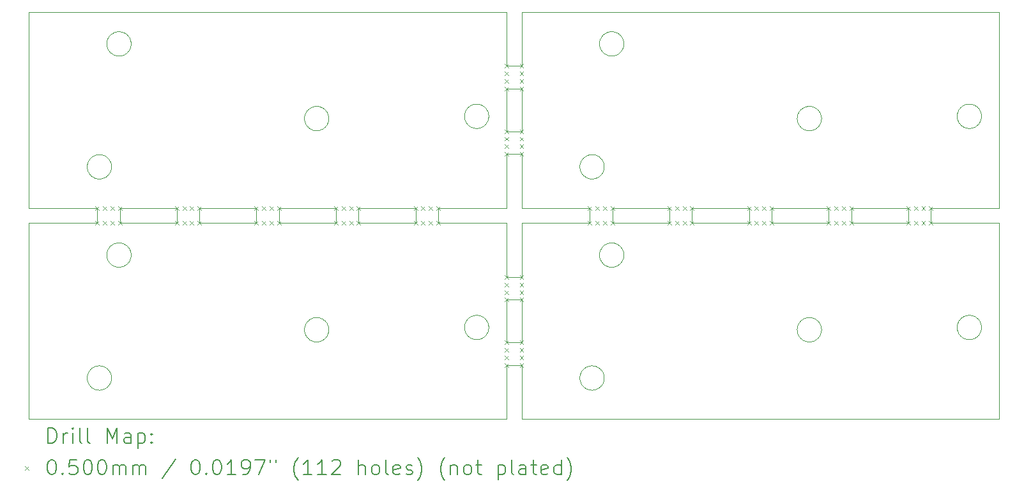
<source format=gbr>
%TF.GenerationSoftware,KiCad,Pcbnew,7.0.9*%
%TF.CreationDate,2024-06-09T17:36:49-04:00*%
%TF.ProjectId,Jackless-Panel,4a61636b-6c65-4737-932d-50616e656c2e,rev?*%
%TF.SameCoordinates,Original*%
%TF.FileFunction,Drillmap*%
%TF.FilePolarity,Positive*%
%FSLAX45Y45*%
G04 Gerber Fmt 4.5, Leading zero omitted, Abs format (unit mm)*
G04 Created by KiCad (PCBNEW 7.0.9) date 2024-06-09 17:36:49*
%MOMM*%
%LPD*%
G01*
G04 APERTURE LIST*
%ADD10C,0.100000*%
%ADD11C,0.200000*%
G04 APERTURE END LIST*
D10*
X9770456Y-5204071D02*
X9771048Y-5212026D01*
X9251708Y-3922177D02*
X9258150Y-3917472D01*
X9448804Y-5223988D02*
X9448804Y-5216012D01*
X12077021Y-6260964D02*
X12074687Y-6253336D01*
X9395254Y-6695235D02*
X9402852Y-6697663D01*
X12311771Y-3271027D02*
X12318544Y-3275241D01*
X16061691Y-2560953D02*
X16054816Y-2556908D01*
X9600035Y-2580937D02*
X9592088Y-2580247D01*
X15917545Y-4206813D02*
X15909744Y-4208478D01*
X12119562Y-3527488D02*
X12113887Y-3521883D01*
X15998845Y-6958976D02*
X15993310Y-6964720D01*
X16114185Y-2579165D02*
X16106345Y-2577694D01*
X14431771Y-6318973D02*
X14424798Y-6322847D01*
X14214156Y-3293129D02*
X14218618Y-3286518D01*
X12348845Y-6318976D02*
X12343310Y-6324720D01*
X20846345Y-3537694D02*
X20838588Y-3535837D01*
X9499562Y-5102512D02*
X9505507Y-5097194D01*
X14191166Y-3407782D02*
X14189986Y-3399893D01*
X9387545Y-7006813D02*
X9379744Y-7008478D01*
X15722734Y-6814397D02*
X15724687Y-6806663D01*
X15830932Y-7003598D02*
X15823396Y-7000983D01*
X9568588Y-5375837D02*
X9560932Y-5373598D01*
X14750000Y-2000000D02*
X8420000Y-2000000D01*
X18918098Y-3378298D02*
X18919472Y-3386155D01*
X14395254Y-3225235D02*
X14402852Y-3227663D01*
X16228544Y-5085241D02*
X16235100Y-5089785D01*
X8420000Y-4600000D02*
X9325000Y-4600000D01*
X16247498Y-5099816D02*
X16253310Y-5105279D01*
X21040456Y-3395929D02*
X21039472Y-3403844D01*
X16013653Y-4140204D02*
X16009029Y-4146703D01*
X20775507Y-3257194D02*
X20781708Y-3252177D01*
X9228496Y-3943996D02*
X9233887Y-3938117D01*
X20925254Y-6334765D02*
X20917545Y-6336813D01*
X20987498Y-6059816D02*
X20993310Y-6065279D01*
X14479029Y-6083297D02*
X14483653Y-6089796D01*
X9771048Y-5212026D02*
X9771245Y-5220000D01*
X16114185Y-5060835D02*
X16122088Y-5059753D01*
X12173396Y-3560983D02*
X12165998Y-3557999D01*
X18855100Y-3279785D02*
X18861423Y-3284647D01*
X18649562Y-3527488D02*
X18643887Y-3521883D01*
X20769562Y-6297488D02*
X20763887Y-6291883D01*
X16061691Y-2279047D02*
X16068758Y-2275347D01*
X20909744Y-6021522D02*
X20917545Y-6023187D01*
X16281911Y-5296560D02*
X16277951Y-5303484D01*
X11735000Y-4700150D02*
X11735000Y-4699950D01*
X15987021Y-2470964D02*
X15984687Y-2463336D01*
X12337498Y-6089816D02*
X12343310Y-6095279D01*
X16296337Y-5180518D02*
X16298098Y-5188298D01*
X18638496Y-6103996D02*
X18643887Y-6098117D01*
X9340035Y-7010937D02*
X9332088Y-7010247D01*
X15855000Y-4700150D02*
X15855000Y-4800000D01*
X14300932Y-6026402D02*
X14308588Y-6024163D01*
X15954798Y-3907153D02*
X15961771Y-3911027D01*
X18655507Y-6332806D02*
X18649562Y-6327488D01*
X12103402Y-6309865D02*
X12098618Y-6303482D01*
X9457498Y-3929816D02*
X9463310Y-3935279D01*
X16038098Y-6818298D02*
X16039472Y-6826155D01*
X9761672Y-5165268D02*
X9764193Y-5172835D01*
X9451166Y-5192218D02*
X9452734Y-5184397D01*
X20721166Y-6207782D02*
X20719987Y-6199893D01*
X21041245Y-3380000D02*
X21041048Y-3387974D01*
X18599987Y-6229893D02*
X18599199Y-6221955D01*
X9449199Y-5208045D02*
X9449987Y-5200107D01*
X20885982Y-6341134D02*
X20878006Y-6341233D01*
X18789744Y-3568478D02*
X18781870Y-3569755D01*
X12367951Y-6293484D02*
X12363653Y-6300204D01*
X20975100Y-3510215D02*
X20968544Y-3514759D01*
X21041048Y-6187974D02*
X21040456Y-6195929D01*
X14849900Y-6383333D02*
X14750000Y-6383333D01*
X20981423Y-3505353D02*
X20975100Y-3510215D01*
X18873310Y-6324720D02*
X18867498Y-6330184D01*
X20932852Y-6332337D02*
X20925254Y-6334765D01*
X15981166Y-5247782D02*
X15979986Y-5239893D01*
X12384193Y-6257165D02*
X12381672Y-6264732D01*
X21039472Y-3356155D02*
X21040456Y-3364071D01*
X14214156Y-6093129D02*
X14218618Y-6086518D01*
X9538758Y-2564653D02*
X9531691Y-2560953D01*
X16269029Y-5316703D02*
X16264089Y-5322966D01*
X18265000Y-4699950D02*
X18265000Y-4600000D01*
X18867498Y-3530184D02*
X18861423Y-3535353D01*
X20862088Y-6340247D02*
X20854185Y-6339165D01*
X9684799Y-5077153D02*
X9691771Y-5081027D01*
X15794816Y-4186908D02*
X15788150Y-4182528D01*
X16138006Y-5381233D02*
X16130034Y-5380937D01*
X14332088Y-6340247D02*
X14324185Y-6339165D01*
X15838588Y-3894163D02*
X15846345Y-3892306D01*
X16169744Y-2578478D02*
X16161870Y-2579755D01*
X16258845Y-5328977D02*
X16253310Y-5334721D01*
X12390456Y-6225929D02*
X12389472Y-6233844D01*
X9371870Y-4209755D02*
X9363943Y-4210641D01*
X12188588Y-3565837D02*
X12180932Y-3563598D01*
X16235100Y-5089785D02*
X16241423Y-5094647D01*
X9452734Y-2455603D02*
X9451166Y-2447782D01*
X9454688Y-5176664D02*
X9457021Y-5169036D01*
X9239562Y-4167488D02*
X9233887Y-4161883D01*
X14451423Y-6305353D02*
X14445100Y-6310215D01*
X16192852Y-2267663D02*
X16200321Y-2270463D01*
X16288780Y-5282166D02*
X16285523Y-5289448D01*
X16214798Y-5077153D02*
X16221771Y-5081027D01*
X16018496Y-5326004D02*
X16013402Y-5319865D01*
X15719986Y-4030107D02*
X15721166Y-4022218D01*
X21034193Y-3427165D02*
X21031672Y-3434732D01*
X12069986Y-6229893D02*
X12069199Y-6221955D01*
X15854185Y-7009165D02*
X15846345Y-7007694D01*
X12331423Y-3535353D02*
X12325100Y-3540215D01*
X18897951Y-3493484D02*
X18893654Y-3500204D01*
X15996239Y-5293026D02*
X15992803Y-5285827D01*
X16122088Y-2259753D02*
X16130034Y-2259063D01*
X9498780Y-6912166D02*
X9495523Y-6919448D01*
X12113887Y-6321883D02*
X12108496Y-6316004D01*
X9199728Y-6791533D02*
X9202804Y-6784173D01*
X15788150Y-4182528D02*
X15781708Y-4177823D01*
X14510456Y-6164071D02*
X14511048Y-6172026D01*
X9768098Y-2451702D02*
X9766337Y-2459482D01*
X9524816Y-2283092D02*
X9531691Y-2279047D01*
X18765982Y-6371134D02*
X18758006Y-6371233D01*
X14849900Y-2716667D02*
X14750000Y-2716667D01*
X14199728Y-3321533D02*
X14202803Y-3314173D01*
X20788150Y-6312528D02*
X20781708Y-6307823D01*
X12103402Y-3310135D02*
X12108496Y-3303996D01*
X14197021Y-6129036D02*
X14199728Y-6121533D01*
X16018496Y-2526004D02*
X16013402Y-2519865D01*
X14510456Y-6195929D02*
X14509472Y-6203844D01*
X9691771Y-5358973D02*
X9684799Y-5362847D01*
X9325000Y-4700150D02*
X9325000Y-4800000D01*
X18789744Y-6051522D02*
X18797545Y-6053187D01*
X18599987Y-3429893D02*
X18599199Y-3421955D01*
X18638496Y-6316004D02*
X18633402Y-6309865D01*
X9410321Y-4199537D02*
X9402852Y-4202337D01*
X14278758Y-3235347D02*
X14285998Y-3232001D01*
X18734185Y-3569165D02*
X18726345Y-3567694D01*
X9608006Y-2258767D02*
X9615982Y-2258866D01*
X18599987Y-3390107D02*
X18601166Y-3382218D01*
X14849900Y-3016667D02*
X14850100Y-3016667D01*
X20721166Y-3352218D02*
X20722734Y-3344397D01*
X12391048Y-6202026D02*
X12391245Y-6210000D01*
X14251708Y-3507823D02*
X14245507Y-3502806D01*
X14468845Y-3271023D02*
X14474089Y-3277034D01*
X15981423Y-4175353D02*
X15975100Y-4180215D01*
X15719986Y-6869893D02*
X15719199Y-6861955D01*
X12790000Y-4700150D02*
X12790000Y-4699950D01*
X16300456Y-5235929D02*
X16299472Y-5243845D01*
X9189987Y-4030107D02*
X9191166Y-4022218D01*
X15830932Y-6696402D02*
X15838588Y-6694163D01*
X16098588Y-2264163D02*
X16106345Y-2262306D01*
X12074687Y-3366663D02*
X12077021Y-3359036D01*
X14402852Y-3532337D02*
X14395254Y-3534765D01*
X14483653Y-6089796D02*
X14487951Y-6096516D01*
X14850100Y-3883333D02*
X14950000Y-3883333D01*
X16122088Y-5059753D02*
X16130034Y-5059063D01*
X14438544Y-3514759D02*
X14431771Y-3518973D01*
X14218618Y-3473482D02*
X14214156Y-3466870D01*
X21013654Y-3470204D02*
X21009029Y-3476703D01*
X14191166Y-3352218D02*
X14192734Y-3344397D01*
X14251708Y-6307823D02*
X14245507Y-6302806D01*
X14431771Y-3241027D02*
X14438544Y-3245241D01*
X12790000Y-4699950D02*
X12790000Y-4600000D01*
X9501672Y-6795267D02*
X9504193Y-6802835D01*
X9470026Y-2500046D02*
X9466239Y-2493026D01*
X18661708Y-3282177D02*
X18668150Y-3277472D01*
X9271691Y-6990953D02*
X9264816Y-6986908D01*
X16004156Y-2506870D02*
X16000026Y-2500046D01*
X20375000Y-4600000D02*
X21280000Y-4600000D01*
X15862088Y-6689753D02*
X15870034Y-6689063D01*
X14348006Y-3218767D02*
X14355982Y-3218866D01*
X18758006Y-3571233D02*
X18750035Y-3570937D01*
X9639744Y-2578478D02*
X9631870Y-2579755D01*
X18918098Y-6241702D02*
X18916337Y-6249481D01*
X9233887Y-6738117D02*
X9239562Y-6732512D01*
X9511708Y-5092177D02*
X9518150Y-5087472D01*
X21004089Y-3277034D02*
X21009029Y-3283297D01*
X12354089Y-6312966D02*
X12348845Y-6318976D01*
X15794816Y-6713092D02*
X15801691Y-6709047D01*
X15982734Y-5255603D02*
X15981166Y-5247782D01*
X9324185Y-6690835D02*
X9332088Y-6689753D01*
X12072734Y-3445603D02*
X12071166Y-3437782D01*
X18901911Y-6133440D02*
X18905523Y-6140552D01*
X9316345Y-7007694D02*
X9308588Y-7005837D01*
X12082803Y-3475827D02*
X12079728Y-3468467D01*
X18598804Y-6213988D02*
X18598804Y-6206012D01*
X21041048Y-6172026D02*
X21041245Y-6180000D01*
X9355982Y-7011134D02*
X9348006Y-7011233D01*
X16000026Y-2500046D02*
X15996239Y-2493026D01*
X9258150Y-6717472D02*
X9264816Y-6713092D01*
X15940321Y-3900463D02*
X15947643Y-3903629D01*
X12220034Y-3249063D02*
X12228006Y-3248767D01*
X18919472Y-3433844D02*
X18918098Y-3441702D01*
X20732804Y-6245827D02*
X20729728Y-6238467D01*
X9474089Y-6747034D02*
X9479029Y-6753297D01*
X9506337Y-6889481D02*
X9504193Y-6897165D01*
X12196345Y-3567694D02*
X12188588Y-3565837D01*
X14850100Y-6683333D02*
X14950000Y-6683333D01*
X20775507Y-6302806D02*
X20769562Y-6297488D01*
X16013653Y-6759796D02*
X16017951Y-6766516D01*
X9285998Y-4197999D02*
X9278758Y-4194653D01*
X15979986Y-2400107D02*
X15981166Y-2392218D01*
X14491911Y-6256559D02*
X14487951Y-6263484D01*
X15758496Y-4156004D02*
X15753402Y-4149865D01*
X12069986Y-6190107D02*
X12071166Y-6182218D01*
X21040456Y-3364071D02*
X21041048Y-3372026D01*
X16040456Y-4034071D02*
X16041048Y-4042026D01*
X9191166Y-4022218D02*
X9192734Y-4014397D01*
X15901870Y-3890245D02*
X15909744Y-3891522D01*
X12381672Y-6264732D02*
X12378780Y-6272166D01*
X14506337Y-3340518D02*
X14508098Y-3348298D01*
X9214156Y-6936870D02*
X9210026Y-6930046D01*
X12259744Y-6051522D02*
X12267545Y-6053187D01*
X15893943Y-4210641D02*
X15885982Y-4211134D01*
X9508098Y-6881702D02*
X9506337Y-6889481D01*
X20954799Y-3237153D02*
X20961771Y-3241027D01*
X18624156Y-6296870D02*
X18620026Y-6290046D01*
X16214798Y-2277153D02*
X16221771Y-2281027D01*
X9457021Y-5169036D02*
X9459728Y-5161533D01*
X15975100Y-3919785D02*
X15981423Y-3924647D01*
X16054816Y-5356908D02*
X16048150Y-5352528D01*
X18920456Y-6194071D02*
X18921048Y-6202026D01*
X16041245Y-4050000D02*
X16041048Y-4057974D01*
X14245507Y-3502806D02*
X14239562Y-3497488D01*
X20375000Y-4700150D02*
X20375000Y-4699950D01*
X14410321Y-6030463D02*
X14417643Y-6033629D01*
X12343310Y-6324720D02*
X12337498Y-6330184D01*
X9451423Y-4175353D02*
X9445100Y-4180215D01*
X16155000Y-4600000D02*
X16910000Y-4600000D01*
X9264816Y-6986908D02*
X9258150Y-6982528D01*
X18908780Y-6272166D02*
X18905523Y-6279448D01*
X18921048Y-6217974D02*
X18920456Y-6225929D01*
X18710932Y-3256402D02*
X18718588Y-3254163D01*
X20722734Y-6215603D02*
X20721166Y-6207782D01*
X20758496Y-3273996D02*
X20763887Y-3268117D01*
X9758780Y-2482166D02*
X9755523Y-2489448D01*
X16281911Y-5143440D02*
X16285523Y-5150552D01*
X16161870Y-5060245D02*
X16169744Y-5061522D01*
X9487951Y-6933484D02*
X9483654Y-6940204D01*
X14498780Y-3317834D02*
X14501672Y-3325267D01*
X16009029Y-3953297D02*
X16013653Y-3959796D01*
X12259744Y-6368478D02*
X12251870Y-6369755D01*
X16221771Y-5358973D02*
X16214798Y-5362847D01*
X14379744Y-3221522D02*
X14387545Y-3223187D01*
X20727021Y-3430964D02*
X20724688Y-3423336D01*
X16253310Y-2305279D02*
X16258845Y-2311023D01*
X9332088Y-3889753D02*
X9340035Y-3889063D01*
X18599199Y-3398045D02*
X18599987Y-3390107D01*
X15981423Y-6975353D02*
X15975100Y-6980215D01*
X15724687Y-4006663D02*
X15727021Y-3999036D01*
X20721166Y-6152218D02*
X20722734Y-6144397D01*
X9623943Y-5059359D02*
X9631870Y-5060245D01*
X12275254Y-3255235D02*
X12282852Y-3257663D01*
X16277951Y-5303484D02*
X16273653Y-5310204D01*
X9191166Y-6822218D02*
X9192734Y-6814397D01*
X20961771Y-3241027D02*
X20968544Y-3245241D01*
X18624156Y-6123129D02*
X18628618Y-6116518D01*
X9214156Y-3963129D02*
X9218618Y-3956518D01*
X9728845Y-5111023D02*
X9734089Y-5117034D01*
X14750000Y-2716667D02*
X14750000Y-2000000D01*
X18718588Y-3565837D02*
X18710932Y-3563598D01*
X16169744Y-5061522D02*
X16177545Y-5063187D01*
X20740026Y-6260046D02*
X20736239Y-6253026D01*
X9431771Y-4188973D02*
X9424799Y-4192847D01*
X9623943Y-2259359D02*
X9631870Y-2260245D01*
X14451423Y-6054647D02*
X14457498Y-6059816D01*
X20732804Y-6114173D02*
X20736239Y-6106974D01*
X12375523Y-3479448D02*
X12371911Y-3486559D01*
X18649562Y-3292512D02*
X18655507Y-3287194D01*
X12108496Y-3303996D02*
X12113887Y-3298117D01*
X15932852Y-6697663D02*
X15940321Y-6700463D01*
X14509472Y-3403844D02*
X14508098Y-3411702D01*
X14387545Y-6023187D02*
X14395254Y-6025235D01*
X9199728Y-4108467D02*
X9197021Y-4100964D01*
X12343310Y-3524720D02*
X12337498Y-3530184D01*
X9395254Y-7004765D02*
X9387545Y-7006813D01*
X15984687Y-2463336D02*
X15982734Y-2455603D01*
X20975100Y-3249785D02*
X20981423Y-3254647D01*
X14233887Y-6068117D02*
X14239562Y-6062512D01*
X20870035Y-6019063D02*
X20878006Y-6018767D01*
X16048150Y-5352528D02*
X16041708Y-5347823D01*
X9639744Y-5061522D02*
X9647545Y-5063187D01*
X9293396Y-4200983D02*
X9285998Y-4197999D01*
X12354089Y-3512966D02*
X12348845Y-3518976D01*
X20748618Y-3286518D02*
X20753402Y-3280135D01*
X14293396Y-6330983D02*
X14285998Y-6327999D01*
X16299472Y-5196155D02*
X16300456Y-5204071D01*
X9768098Y-5251702D02*
X9766337Y-5259482D01*
X12113887Y-3521883D02*
X12108496Y-3516004D01*
X12090026Y-6290046D02*
X12086239Y-6283026D01*
X12371911Y-6133440D02*
X12375523Y-6140552D01*
X9402852Y-4202337D02*
X9395254Y-4204765D01*
X16301048Y-2412026D02*
X16301245Y-2420000D01*
X21036337Y-6140518D02*
X21038098Y-6148298D01*
X12098618Y-6116518D02*
X12103402Y-6110135D01*
X16035507Y-5097194D02*
X16041708Y-5092177D01*
X14424798Y-3522847D02*
X14417643Y-3526371D01*
X12363653Y-6300204D02*
X12359029Y-6306703D01*
X18781870Y-6369755D02*
X18773943Y-6370641D01*
X14271691Y-6039047D02*
X14278758Y-6035347D01*
X15987021Y-5169036D02*
X15989728Y-5161533D01*
X9474089Y-3947034D02*
X9479029Y-3953297D01*
X16122088Y-2580247D02*
X16114185Y-2579165D01*
X12384193Y-3362835D02*
X12386337Y-3370518D01*
X12388098Y-3441702D02*
X12386337Y-3449481D01*
X9387545Y-4206813D02*
X9379744Y-4208478D01*
X18848544Y-3275241D02*
X18855100Y-3279785D01*
X18668150Y-3277472D02*
X18674816Y-3273092D01*
X12251870Y-3250245D02*
X12259744Y-3251522D01*
X16021911Y-6773440D02*
X16025523Y-6780552D01*
X15975100Y-4180215D02*
X15968544Y-4184759D01*
X20769562Y-3262512D02*
X20775507Y-3257194D01*
X14387545Y-6336813D02*
X14379744Y-6338478D01*
X14849900Y-6683333D02*
X14850100Y-6683333D01*
X9734089Y-2317034D02*
X9739029Y-2323297D01*
X15748618Y-6943482D02*
X15744156Y-6936870D01*
X18674816Y-3273092D02*
X18681691Y-3269047D01*
X9505507Y-5342806D02*
X9499562Y-5337488D01*
X9623943Y-5380641D02*
X9615982Y-5381134D01*
X14197021Y-6230964D02*
X14194687Y-6223336D01*
X20748618Y-6273482D02*
X20744156Y-6266870D01*
X12304798Y-3552847D02*
X12297643Y-3556371D01*
X18911672Y-3355267D02*
X18914193Y-3362835D01*
X21028780Y-3317834D02*
X21031672Y-3325267D01*
X18919472Y-6233844D02*
X18918098Y-6241702D01*
X12354089Y-6107034D02*
X12359029Y-6113297D01*
X20954799Y-6322847D02*
X20947643Y-6326371D01*
X9206239Y-6923026D02*
X9202804Y-6915827D01*
X12090026Y-6129954D02*
X12094156Y-6123129D01*
X16068758Y-2564653D02*
X16061691Y-2560953D01*
X14371870Y-3539755D02*
X14363943Y-3540641D01*
X9747951Y-5136516D02*
X9751911Y-5143440D01*
X10680000Y-4600000D02*
X11435000Y-4600000D01*
X18773943Y-3570641D02*
X18765982Y-3571134D01*
X14395254Y-6334765D02*
X14387545Y-6336813D01*
X18609728Y-6151533D02*
X18612804Y-6144173D01*
X9758780Y-5157834D02*
X9761672Y-5165268D01*
X20801691Y-6320953D02*
X20794816Y-6316908D01*
X16036337Y-6889481D02*
X16034193Y-6897165D01*
X14189199Y-3391955D02*
X14188804Y-3383988D01*
X16185254Y-2574765D02*
X16177545Y-2576813D01*
X16300456Y-5204071D02*
X16301048Y-5212026D01*
X14194687Y-3336663D02*
X14197021Y-3329036D01*
X9739029Y-5123297D02*
X9743654Y-5129796D01*
X16264089Y-5322966D02*
X16258845Y-5328977D01*
X15987021Y-2369036D02*
X15989728Y-2361533D01*
X9505507Y-2542806D02*
X9499562Y-2537488D01*
X15947643Y-6996371D02*
X15940321Y-6999537D01*
X9584185Y-5060835D02*
X9592088Y-5059753D01*
X18911672Y-3464732D02*
X18908780Y-3472166D01*
X14511048Y-3372026D02*
X14511245Y-3380000D01*
X20719199Y-6191955D02*
X20718804Y-6183988D01*
X20870035Y-3219063D02*
X20878006Y-3218767D01*
X15719199Y-4038045D02*
X15719986Y-4030107D01*
X15981166Y-2447782D02*
X15979986Y-2439893D01*
X14285998Y-6032001D02*
X14293396Y-6029017D01*
X15748618Y-6756518D02*
X15753402Y-6750135D01*
X16068758Y-5075347D02*
X16075998Y-5072001D01*
X18920456Y-6225929D02*
X18919472Y-6233844D01*
X16300456Y-2435929D02*
X16299472Y-2443845D01*
X16029562Y-5102512D02*
X16035507Y-5097194D01*
X12212088Y-3570247D02*
X12204185Y-3569165D01*
X9466239Y-5146974D02*
X9470026Y-5139954D01*
X9387545Y-3893187D02*
X9395254Y-3895235D01*
X14233887Y-6291883D02*
X14228496Y-6286004D01*
X12390456Y-3425929D02*
X12389472Y-3433844D01*
X9770456Y-2435929D02*
X9769472Y-2443845D01*
X20075000Y-4600000D02*
X20075000Y-4699950D01*
X9233887Y-4161883D02*
X9228496Y-4156004D01*
X12304798Y-3267153D02*
X12311771Y-3271027D01*
X15729728Y-6791533D02*
X15732803Y-6784173D01*
X12068804Y-6213988D02*
X12068804Y-6206012D01*
X18827643Y-3556371D02*
X18820321Y-3559537D01*
X15794816Y-3913092D02*
X15801691Y-3909047D01*
X15978804Y-5216012D02*
X15979199Y-5208045D01*
X15961771Y-3911027D02*
X15968544Y-3915241D01*
X12297643Y-6063629D02*
X12304798Y-6067153D01*
X16130034Y-2580937D02*
X16122088Y-2580247D01*
X10680000Y-4800000D02*
X10680000Y-4700150D01*
X12098618Y-3316518D02*
X12103402Y-3310135D01*
X20854185Y-6339165D02*
X20846345Y-6337694D01*
X16298098Y-5188298D02*
X16299472Y-5196155D01*
X16054816Y-5083092D02*
X16061691Y-5079047D01*
X12180932Y-3256402D02*
X12188588Y-3254163D01*
X12267545Y-6053187D02*
X12275254Y-6055235D01*
X12069986Y-3429893D02*
X12069199Y-3421955D01*
X12079728Y-6151533D02*
X12082803Y-6144173D01*
X16075998Y-5367999D02*
X16068758Y-5364653D01*
X14188804Y-6183988D02*
X14188804Y-6176012D01*
X9771048Y-2427974D02*
X9770456Y-2435929D01*
X9483654Y-4140204D02*
X9479029Y-4146703D01*
X20736239Y-3306974D02*
X20740026Y-3299954D01*
X9491911Y-4126559D02*
X9487951Y-4133484D01*
X20823396Y-3530983D02*
X20815998Y-3527999D01*
X15719986Y-6830107D02*
X15721166Y-6822218D01*
X15998845Y-4158976D02*
X15993310Y-4164720D01*
X15975100Y-6719785D02*
X15981423Y-6724647D01*
X14504193Y-6132835D02*
X14506337Y-6140518D01*
X16247498Y-2299816D02*
X16253310Y-2305279D01*
X14750000Y-7400000D02*
X14750000Y-6683333D01*
X9210026Y-4130046D02*
X9206239Y-4123026D01*
X9625000Y-4600000D02*
X10380000Y-4600000D01*
X14495523Y-3310552D02*
X14498780Y-3317834D01*
X14278758Y-6035347D02*
X14285998Y-6032001D01*
X18710932Y-6363598D02*
X18703396Y-6360983D01*
X15775507Y-6727194D02*
X15781708Y-6722177D01*
X21280000Y-4600000D02*
X21280000Y-2000000D01*
X20838588Y-6024163D02*
X20846345Y-6022306D01*
X12359029Y-3506703D02*
X12354089Y-3512966D01*
X12108496Y-6103996D02*
X12113887Y-6098117D01*
X15998845Y-6741023D02*
X16004089Y-6747034D01*
X18674816Y-6073092D02*
X18681691Y-6069047D01*
X9188804Y-4053988D02*
X9188804Y-4046012D01*
X20998845Y-6288976D02*
X20993310Y-6294720D01*
X9285998Y-3902001D02*
X9293396Y-3899017D01*
X14750000Y-4800000D02*
X13845000Y-4800000D01*
X15901870Y-6690245D02*
X15909744Y-6691522D01*
X18834799Y-3267153D02*
X18841771Y-3271027D01*
X12267545Y-3566813D02*
X12259744Y-3568478D01*
X18602734Y-3445603D02*
X18601166Y-3437782D01*
X15940321Y-6700463D02*
X15947643Y-6703629D01*
X9387545Y-6693187D02*
X9395254Y-6695235D01*
X9531691Y-5079047D02*
X9538758Y-5075347D01*
X14308588Y-6335837D02*
X14300932Y-6333598D01*
X12173396Y-6059017D02*
X12180932Y-6056402D01*
X9210026Y-6930046D02*
X9206239Y-6923026D01*
X20878006Y-6341233D02*
X20870035Y-6340937D01*
X15830932Y-4203598D02*
X15823396Y-4200983D01*
X18668150Y-6342528D02*
X18661708Y-6337823D01*
X13845000Y-4800000D02*
X13845000Y-4700150D01*
X18897951Y-6126516D02*
X18901911Y-6133440D01*
X8420000Y-2000000D02*
X8420000Y-4600000D01*
X14463310Y-6065279D02*
X14468845Y-6071023D01*
X18616239Y-3483026D02*
X18612804Y-3475827D01*
X15724687Y-6806663D02*
X15727021Y-6799036D01*
X14479029Y-3476703D02*
X14474089Y-3482966D01*
X15719199Y-6861955D02*
X15718804Y-6853988D01*
X14293396Y-6029017D02*
X14300932Y-6026402D01*
X9739029Y-2323297D02*
X9743654Y-2329796D01*
X9271691Y-4190953D02*
X9264816Y-4186908D01*
X18773943Y-6049359D02*
X18781870Y-6050245D01*
X9766337Y-5180518D02*
X9768098Y-5188298D01*
X9504193Y-4097165D02*
X9501672Y-4104732D01*
X14504193Y-6227165D02*
X14501672Y-6234732D01*
X9734089Y-2522966D02*
X9728845Y-2528977D01*
X16221771Y-5081027D02*
X16228544Y-5085241D01*
X9451423Y-3924647D02*
X9457498Y-3929816D01*
X9355982Y-3888866D02*
X9363943Y-3889359D01*
X15781708Y-4177823D02*
X15775507Y-4172806D01*
X9499562Y-2302512D02*
X9505507Y-2297194D01*
X9189199Y-4061955D02*
X9188804Y-4053988D01*
X20729728Y-6238467D02*
X20727021Y-6230964D01*
X16040456Y-6865929D02*
X16039472Y-6873844D01*
X14395254Y-6025235D02*
X14402852Y-6027663D01*
X9459728Y-5278467D02*
X9457021Y-5270964D01*
X21034193Y-6227165D02*
X21031672Y-6234732D01*
X9493887Y-5108117D02*
X9499562Y-5102512D01*
X14189199Y-6168045D02*
X14189986Y-6160107D01*
X15878006Y-7011233D02*
X15870034Y-7010937D01*
X20719987Y-6160107D02*
X20721166Y-6152218D01*
X15979986Y-2439893D02*
X15979199Y-2431955D01*
X20932852Y-3227663D02*
X20940321Y-3230463D01*
X14431771Y-6041027D02*
X14438544Y-6045241D01*
X9228496Y-6956004D02*
X9223402Y-6949865D01*
X20719987Y-3360107D02*
X20721166Y-3352218D01*
X12196345Y-6052306D02*
X12204185Y-6050835D01*
X12386337Y-6170518D02*
X12388098Y-6178298D01*
X16004089Y-3947034D02*
X16009029Y-3953297D01*
X16021911Y-3973440D02*
X16025523Y-3980552D01*
X14355982Y-6018866D02*
X14363943Y-6019359D01*
X15718804Y-6853988D02*
X15718804Y-6846012D01*
X12165998Y-3262001D02*
X12173396Y-3259017D01*
X12098618Y-3503482D02*
X12094156Y-3496870D01*
X20830932Y-6333598D02*
X20823396Y-6330983D01*
X12068804Y-6206012D02*
X12069199Y-6198045D01*
X16041708Y-2292177D02*
X16048150Y-2287472D01*
X9584185Y-2579165D02*
X9576345Y-2577694D01*
X12297643Y-3263629D02*
X12304798Y-3267153D01*
X15801691Y-3909047D02*
X15808758Y-3905347D01*
X20862088Y-3219753D02*
X20870035Y-3219063D01*
X15870034Y-4210937D02*
X15862088Y-4210247D01*
X15744156Y-6936870D02*
X15740026Y-6930046D01*
X20075000Y-4699950D02*
X20075000Y-4700150D01*
X16031672Y-6795267D02*
X16034193Y-6802835D01*
X14509472Y-6156155D02*
X14510456Y-6164071D01*
X15998845Y-3941023D02*
X16004089Y-3947034D01*
X15940321Y-4199537D02*
X15932852Y-4202337D01*
X15732803Y-6784173D02*
X15736239Y-6776974D01*
X16258845Y-2311023D02*
X16264089Y-2317034D01*
X14202803Y-3445827D02*
X14199728Y-3438467D01*
X15981423Y-6724647D02*
X15987498Y-6729816D01*
X20846345Y-6022306D02*
X20854185Y-6020835D01*
X14324185Y-6339165D02*
X14316345Y-6337694D01*
X9308588Y-4205837D02*
X9300932Y-4203598D01*
X9770456Y-2404071D02*
X9771048Y-2412026D01*
X21013654Y-6270204D02*
X21009029Y-6276703D01*
X18624156Y-3323129D02*
X18628618Y-3316518D01*
X20075000Y-4800000D02*
X19320000Y-4800000D01*
X21017951Y-3296516D02*
X21021911Y-3303440D01*
X9491911Y-6773440D02*
X9495523Y-6780552D01*
X14379744Y-6021522D02*
X14387545Y-6023187D01*
X9670321Y-2569537D02*
X9662852Y-2572337D01*
X16285523Y-5150552D02*
X16288780Y-5157834D01*
X18884089Y-3307034D02*
X18889029Y-3313297D01*
X9402852Y-6697663D02*
X9410321Y-6700463D01*
X16192852Y-5372337D02*
X16185254Y-5374765D01*
X18703396Y-3560983D02*
X18695998Y-3557999D01*
X9470026Y-2339954D02*
X9474156Y-2333130D01*
X16253310Y-5334721D02*
X16247498Y-5340184D01*
X9538758Y-2275347D02*
X9545998Y-2272001D01*
X9509472Y-4073844D02*
X9508098Y-4081702D01*
X9576345Y-2262306D02*
X9584185Y-2260835D01*
X12389472Y-6233844D02*
X12388098Y-6241702D01*
X15893943Y-3889359D02*
X15901870Y-3890245D01*
X9449987Y-5200107D02*
X9451166Y-5192218D01*
X12165998Y-6062001D02*
X12173396Y-6059017D01*
X9631870Y-5060245D02*
X9639744Y-5061522D01*
X9245507Y-6727194D02*
X9251708Y-6722177D01*
X14410321Y-3230463D02*
X14417643Y-3233629D01*
X16038098Y-6881702D02*
X16036337Y-6889481D01*
X20758496Y-6073996D02*
X20763887Y-6068117D01*
X20998845Y-6071023D02*
X21004089Y-6077034D01*
X14363943Y-3219359D02*
X14371870Y-3220245D01*
X9491911Y-3973440D02*
X9495523Y-3980552D01*
X20727021Y-6230964D02*
X20724688Y-6223336D01*
X15808758Y-6705347D02*
X15815998Y-6702001D01*
X14445100Y-3510215D02*
X14438544Y-3514759D01*
X9524816Y-2556908D02*
X9518150Y-2552528D01*
X20901870Y-6339755D02*
X20893943Y-6340641D01*
X9188804Y-6846012D02*
X9189199Y-6838045D01*
X9293396Y-3899017D02*
X9300932Y-3896402D01*
X12098618Y-6303482D02*
X12094156Y-6296870D01*
X18901911Y-6286559D02*
X18897951Y-6293484D01*
X21025523Y-6110552D02*
X21028780Y-6117834D01*
X9474156Y-5306870D02*
X9470026Y-5300046D01*
X21031672Y-3325267D02*
X21034193Y-3332835D01*
X21034193Y-6132835D02*
X21036337Y-6140518D01*
X18820321Y-6359537D02*
X18812852Y-6362337D01*
X18919472Y-6186155D02*
X18920456Y-6194071D01*
X20815998Y-6327999D02*
X20808758Y-6324653D01*
X12375523Y-6279448D02*
X12371911Y-6286559D01*
X12363653Y-3500204D02*
X12359029Y-3506703D01*
X9363943Y-7010641D02*
X9355982Y-7011134D01*
X18921048Y-3402026D02*
X18921245Y-3410000D01*
X9448804Y-2416012D02*
X9449199Y-2408045D01*
X14509472Y-6203844D02*
X14508098Y-6211702D01*
X18893654Y-6300204D02*
X18889029Y-6306703D01*
X9501672Y-6904732D02*
X9498780Y-6912166D01*
X9705100Y-5089785D02*
X9711423Y-5094647D01*
X9723310Y-5334721D02*
X9717498Y-5340184D01*
X14504193Y-3332835D02*
X14506337Y-3340518D01*
X18878845Y-6101023D02*
X18884089Y-6107034D01*
X16291672Y-2474732D02*
X16288780Y-2482166D01*
X9468845Y-6741023D02*
X9474089Y-6747034D01*
X21017951Y-3463484D02*
X21013654Y-3470204D01*
X15984687Y-2376664D02*
X15987021Y-2369036D01*
X14508098Y-6211702D02*
X14506337Y-6219481D01*
X16153943Y-2580641D02*
X16145982Y-2581134D01*
X12367951Y-3493484D02*
X12363653Y-3500204D01*
X9191166Y-4077782D02*
X9189987Y-4069893D01*
X16000026Y-5139954D02*
X16004156Y-5133130D01*
X14206239Y-3306974D02*
X14210026Y-3299954D01*
X15788150Y-3917472D02*
X15794816Y-3913092D01*
X9214156Y-6763129D02*
X9218618Y-6756518D01*
X9518150Y-2552528D02*
X9511708Y-2547823D01*
X9766337Y-2380518D02*
X9768098Y-2388298D01*
X12069199Y-6221955D02*
X12068804Y-6213988D01*
X21038098Y-6211702D02*
X21036337Y-6219481D01*
X21017951Y-6263484D02*
X21013654Y-6270204D01*
X20753402Y-6279865D02*
X20748618Y-6273482D01*
X9509472Y-6826155D02*
X9510456Y-6834071D01*
X20722734Y-3415603D02*
X20721166Y-3407782D01*
X18820321Y-6060463D02*
X18827643Y-6063629D01*
X14188804Y-3383988D02*
X14188804Y-3376012D01*
X18841771Y-3271027D02*
X18848544Y-3275241D01*
X14491911Y-6103440D02*
X14495523Y-6110552D01*
X14495523Y-6249448D02*
X14491911Y-6256559D01*
X20375000Y-4800000D02*
X20375000Y-4700150D01*
X9363943Y-3889359D02*
X9371870Y-3890245D01*
X14950000Y-4800000D02*
X14950000Y-5516667D01*
X12072734Y-6174397D02*
X12074687Y-6166663D01*
X9545998Y-2567999D02*
X9538758Y-2564653D01*
X15748618Y-3956518D02*
X15753402Y-3950135D01*
X20947643Y-6033629D02*
X20954799Y-6037153D01*
X14189986Y-3360107D02*
X14191166Y-3352218D01*
X9474089Y-4152966D02*
X9468845Y-4158976D01*
X9245507Y-3927194D02*
X9251708Y-3922177D01*
X20732804Y-3445827D02*
X20729728Y-3438467D01*
X9734089Y-5117034D02*
X9739029Y-5123297D01*
X9474156Y-2333130D02*
X9478618Y-2326518D01*
X12125507Y-3287194D02*
X12131708Y-3282177D01*
X20808758Y-6035347D02*
X20815998Y-6032001D01*
X21038098Y-3348298D02*
X21039472Y-3356155D01*
X20815998Y-6032001D02*
X20823396Y-6029017D01*
X12331423Y-6084647D02*
X12337498Y-6089816D01*
X18718588Y-6365837D02*
X18710932Y-6363598D01*
X16298098Y-5251702D02*
X16296337Y-5259482D01*
X14431771Y-3518973D02*
X14424798Y-3522847D01*
X18616239Y-3336974D02*
X18620026Y-3329954D01*
X9743654Y-5310204D02*
X9739029Y-5316703D01*
X16288780Y-5157834D02*
X16291672Y-5165268D01*
X14189986Y-6199893D02*
X14189199Y-6191955D01*
X21025523Y-3310552D02*
X21028780Y-3317834D01*
X12180932Y-3563598D02*
X12173396Y-3560983D01*
X21280000Y-4800000D02*
X20375000Y-4800000D01*
X9625000Y-4800000D02*
X9625000Y-4700150D01*
X19020000Y-4800000D02*
X18265000Y-4800000D01*
X20823396Y-3229017D02*
X20830932Y-3226402D01*
X14950000Y-2000000D02*
X14950000Y-2716667D01*
X9478618Y-2513482D02*
X9474156Y-2506870D01*
X9755523Y-2489448D02*
X9751911Y-2496560D01*
X9508098Y-4018298D02*
X9509472Y-4026155D01*
X9340035Y-3889063D02*
X9348006Y-3888767D01*
X16004156Y-5306870D02*
X16000026Y-5300046D01*
X9348006Y-4211233D02*
X9340035Y-4210937D01*
X9431771Y-6988973D02*
X9424799Y-6992847D01*
X18734185Y-6050835D02*
X18742088Y-6049753D01*
X9478618Y-5313482D02*
X9474156Y-5306870D01*
X9325000Y-4600000D02*
X9325000Y-4699950D01*
X18695998Y-3262001D02*
X18703396Y-3259017D01*
X9531691Y-5360953D02*
X9524816Y-5356908D01*
X9684799Y-2562847D02*
X9677643Y-2566371D01*
X12378780Y-6272166D02*
X12375523Y-6279448D01*
X9251708Y-6977823D02*
X9245507Y-6972806D01*
X12228006Y-6048767D02*
X12235982Y-6048866D01*
X15763887Y-6961883D02*
X15758496Y-6956004D01*
X9518150Y-2287472D02*
X9524816Y-2283092D01*
X9478618Y-2326518D02*
X9483402Y-2320135D01*
X12077021Y-3460964D02*
X12074687Y-3453336D01*
X9340035Y-6689063D02*
X9348006Y-6688767D01*
X18604688Y-6253336D02*
X18602734Y-6245603D01*
X20719987Y-6199893D02*
X20719199Y-6191955D01*
X13545000Y-4699950D02*
X13545000Y-4700150D01*
X14371870Y-3220245D02*
X14379744Y-3221522D01*
X9474156Y-5133130D02*
X9478618Y-5126518D01*
X9308588Y-7005837D02*
X9300932Y-7003598D01*
X16177545Y-2263187D02*
X16185254Y-2265235D01*
X9483402Y-5120135D02*
X9488496Y-5113996D01*
X18655507Y-3287194D02*
X18661708Y-3282177D01*
X18655507Y-6087194D02*
X18661708Y-6082177D01*
X9592088Y-2580247D02*
X9584185Y-2579165D01*
X18861423Y-3284647D02*
X18867498Y-3289816D01*
X9402852Y-7002337D02*
X9395254Y-7004765D01*
X15753402Y-6750135D02*
X15758496Y-6743996D01*
X18893654Y-6119796D02*
X18897951Y-6126516D01*
X9615982Y-5058866D02*
X9623943Y-5059359D01*
X20975100Y-6310215D02*
X20968544Y-6314759D01*
X18628618Y-3503482D02*
X18624156Y-3496870D01*
X9560932Y-5066402D02*
X9568588Y-5064163D01*
X14487951Y-6263484D02*
X14483653Y-6270204D01*
X14228496Y-6286004D02*
X14223402Y-6279865D01*
X9751911Y-2343440D02*
X9755523Y-2350552D01*
X9278758Y-3905347D02*
X9285998Y-3902001D01*
X16021911Y-4126559D02*
X16017951Y-4133484D01*
X18598804Y-3406012D02*
X18599199Y-3398045D01*
X9462804Y-5285827D02*
X9459728Y-5278467D01*
X15992803Y-5285827D02*
X15989728Y-5278467D01*
X14278758Y-3524653D02*
X14271691Y-3520953D01*
X16177545Y-5376813D02*
X16169744Y-5378478D01*
X9424799Y-6992847D02*
X9417643Y-6996371D01*
X9278758Y-6705347D02*
X9285998Y-6702001D01*
X14950000Y-6383333D02*
X14850100Y-6383333D01*
X20947643Y-3233629D02*
X20954799Y-3237153D01*
X15954798Y-6992847D02*
X15947643Y-6996371D01*
X16161870Y-5379755D02*
X16153943Y-5380641D01*
X9454688Y-5263336D02*
X9452734Y-5255603D01*
X16035507Y-5342806D02*
X16029562Y-5337488D01*
X15993310Y-4164720D02*
X15987498Y-4170184D01*
X15823396Y-7000983D02*
X15815998Y-6997999D01*
X18765982Y-3571134D02*
X18758006Y-3571233D01*
X15748618Y-4143482D02*
X15744156Y-4136870D01*
X14355982Y-3541134D02*
X14348006Y-3541233D01*
X9189987Y-6869893D02*
X9189199Y-6861955D01*
X20987498Y-3500184D02*
X20981423Y-3505353D01*
X18889029Y-3506703D02*
X18884089Y-3512966D01*
X15979199Y-5231955D02*
X15978804Y-5223988D01*
X9766337Y-2459482D02*
X9764193Y-2467165D01*
X16300456Y-2404071D02*
X16301048Y-2412026D01*
X18848544Y-6075241D02*
X18855100Y-6079785D01*
X19320000Y-4600000D02*
X20075000Y-4600000D01*
X9463310Y-4164720D02*
X9457498Y-4170184D01*
X9501672Y-4104732D02*
X9498780Y-4112166D01*
X9308588Y-6694163D02*
X9316345Y-6692306D01*
X14355982Y-6341134D02*
X14348006Y-6341233D01*
X16192852Y-2572337D02*
X16185254Y-2574765D01*
X18688758Y-3265347D02*
X18695998Y-3262001D01*
X12243943Y-6370641D02*
X12235982Y-6371134D01*
X9424799Y-6707153D02*
X9431771Y-6711027D01*
X20788150Y-6047472D02*
X20794816Y-6043092D01*
X15862088Y-7010247D02*
X15854185Y-7009165D01*
X10680000Y-4699950D02*
X10680000Y-4600000D01*
X15823396Y-4200983D02*
X15815998Y-4197999D01*
X16294193Y-5172835D02*
X16296337Y-5180518D01*
X21021911Y-6256559D02*
X21017951Y-6263484D01*
X15724687Y-4093336D02*
X15722734Y-4085603D01*
X9705100Y-2550215D02*
X9698544Y-2554759D01*
X19320000Y-4700150D02*
X19320000Y-4699950D01*
X9545998Y-5367999D02*
X9538758Y-5364653D01*
X15992803Y-5154173D02*
X15996239Y-5146974D01*
X15838588Y-4205837D02*
X15830932Y-4203598D01*
X9670321Y-5070463D02*
X9677643Y-5073629D01*
X9592088Y-5059753D02*
X9600035Y-5059063D01*
X9223402Y-4149865D02*
X9218618Y-4143482D01*
X16061691Y-5360953D02*
X16054816Y-5356908D01*
X15996239Y-2346974D02*
X16000026Y-2339954D01*
X9755523Y-5289448D02*
X9751911Y-5296560D01*
X14197021Y-3430964D02*
X14194687Y-3423336D01*
X16155000Y-4800000D02*
X16155000Y-4700150D01*
X14188804Y-3376012D02*
X14189199Y-3368045D01*
X9698544Y-5085241D02*
X9705100Y-5089785D01*
X18918098Y-3441702D02*
X18916337Y-3449481D01*
X12282852Y-3257663D02*
X12290321Y-3260463D01*
X20808758Y-3524653D02*
X20801691Y-3520953D01*
X21034193Y-3332835D02*
X21036337Y-3340518D01*
X9576345Y-2577694D02*
X9568588Y-2575837D01*
X9239562Y-6967488D02*
X9233887Y-6961883D01*
X15917545Y-6693187D02*
X15925254Y-6695235D01*
X9202804Y-6784173D02*
X9206239Y-6776974D01*
X9438544Y-4184759D02*
X9431771Y-4188973D01*
X9483654Y-3959796D02*
X9487951Y-3966516D01*
X16004156Y-2333130D02*
X16008618Y-2326518D01*
X18921245Y-3410000D02*
X18921048Y-3417974D01*
X15763887Y-6738117D02*
X15769562Y-6732512D01*
X20727021Y-6129036D02*
X20729728Y-6121533D01*
X16285523Y-5289448D02*
X16281911Y-5296560D01*
X9584185Y-2260835D02*
X9592088Y-2259753D01*
X9734089Y-5322966D02*
X9728845Y-5328977D01*
X21025523Y-3449448D02*
X21021911Y-3456559D01*
X9761672Y-2365268D02*
X9764193Y-2372835D01*
X18805254Y-3255235D02*
X18812852Y-3257663D01*
X9545998Y-5072001D02*
X9553396Y-5069017D01*
X16068758Y-2275347D02*
X16075998Y-2272001D01*
X15987498Y-3929816D02*
X15993310Y-3935279D01*
X9531691Y-2560953D02*
X9524816Y-2556908D01*
X9348006Y-3888767D02*
X9355982Y-3888866D01*
X15947643Y-3903629D02*
X15954798Y-3907153D01*
X16048150Y-2552528D02*
X16041708Y-2547823D01*
X20794816Y-6043092D02*
X20801691Y-6039047D01*
X18674816Y-6346908D02*
X18668150Y-6342528D01*
X15718804Y-4046012D02*
X15719199Y-4038045D01*
X18703396Y-6360983D02*
X18695998Y-6357999D01*
X14228496Y-3273996D02*
X14233887Y-3268117D01*
X16039472Y-4026155D02*
X16040456Y-4034071D01*
X14379744Y-6338478D02*
X14371870Y-6339755D01*
X16034193Y-4097165D02*
X16031672Y-4104732D01*
X12082803Y-3344173D02*
X12086239Y-3336974D01*
X21009029Y-6083297D02*
X21013654Y-6089796D01*
X9764193Y-2372835D02*
X9766337Y-2380518D01*
X9647545Y-2576813D02*
X9639744Y-2578478D01*
X9768098Y-2388298D02*
X9769472Y-2396155D01*
X9711423Y-2545353D02*
X9705100Y-2550215D01*
X15769562Y-4167488D02*
X15763887Y-4161883D01*
X15996239Y-2493026D02*
X15992803Y-2485827D01*
X15961771Y-6988973D02*
X15954798Y-6992847D01*
X14245507Y-6057194D02*
X14251708Y-6052177D01*
X16241423Y-2294647D02*
X16247498Y-2299816D01*
X17965000Y-4600000D02*
X17965000Y-4699950D01*
X16235100Y-2550215D02*
X16228544Y-2554759D01*
X15932852Y-3897663D02*
X15940321Y-3900463D01*
X15719199Y-6838045D02*
X15719986Y-6830107D01*
X20940321Y-3230463D02*
X20947643Y-3233629D01*
X20838588Y-6335837D02*
X20830932Y-6333598D01*
X14194687Y-6136663D02*
X14197021Y-6129036D01*
X15978804Y-2423988D02*
X15978804Y-2416012D01*
X20724688Y-6136663D02*
X20727021Y-6129036D01*
X16299472Y-2396155D02*
X16300456Y-2404071D01*
X12378780Y-6147834D02*
X12381672Y-6155267D01*
X16106345Y-2262306D02*
X16114185Y-2260835D01*
X15979199Y-5208045D02*
X15979986Y-5200107D01*
X12337498Y-3289816D02*
X12343310Y-3295279D01*
X15925254Y-6695235D02*
X15932852Y-6697663D01*
X18908780Y-3347834D02*
X18911672Y-3355267D01*
X9691771Y-5081027D02*
X9698544Y-5085241D01*
X21013654Y-6089796D02*
X21017951Y-6096516D01*
X18604688Y-3453336D02*
X18602734Y-3445603D01*
X20917545Y-6336813D02*
X20909744Y-6338478D01*
X16281911Y-2343440D02*
X16285523Y-2350552D01*
X15885982Y-3888866D02*
X15893943Y-3889359D01*
X9677643Y-2273629D02*
X9684799Y-2277153D01*
X18812852Y-3562337D02*
X18805254Y-3564765D01*
X9454688Y-2376664D02*
X9457021Y-2369036D01*
X15987498Y-6970184D02*
X15981423Y-6975353D01*
X21004089Y-3482966D02*
X20998845Y-3488976D01*
X14750000Y-6683333D02*
X14849900Y-6683333D01*
X18901911Y-3486559D02*
X18897951Y-3493484D01*
X18905523Y-3479448D02*
X18901911Y-3486559D01*
X18921048Y-3417974D02*
X18920456Y-3425929D01*
X12235982Y-3248866D02*
X12243943Y-3249359D01*
X20763887Y-6068117D02*
X20769562Y-6062512D01*
X14750000Y-4600000D02*
X14750000Y-3883333D01*
X9739029Y-2516703D02*
X9734089Y-2522966D01*
X9711423Y-2294647D02*
X9717498Y-2299816D01*
X20846345Y-6337694D02*
X20838588Y-6335837D01*
X21041048Y-3372026D02*
X21041245Y-3380000D01*
X12228006Y-6371233D02*
X12220034Y-6370937D01*
X20862088Y-3540247D02*
X20854185Y-3539165D01*
X9518150Y-5352528D02*
X9511708Y-5347823D01*
X12318544Y-3275241D02*
X12325100Y-3279785D01*
X12348845Y-6101023D02*
X12354089Y-6107034D01*
X12068804Y-3406012D02*
X12069199Y-3398045D01*
X16161870Y-2579755D02*
X16153943Y-2580641D01*
X14483653Y-3470204D02*
X14479029Y-3476703D01*
X9258150Y-6982528D02*
X9251708Y-6977823D01*
X12119562Y-3292512D02*
X12125507Y-3287194D01*
X20718804Y-6183988D02*
X20718804Y-6176012D01*
X9379744Y-6691522D02*
X9387545Y-6693187D01*
X15989728Y-2361533D02*
X15992803Y-2354173D01*
X20719199Y-3368045D02*
X20719987Y-3360107D01*
X21004089Y-6077034D02*
X21009029Y-6083297D01*
X15823396Y-3899017D02*
X15830932Y-3896402D01*
X14402852Y-6332337D02*
X14395254Y-6334765D01*
X16004156Y-5133130D02*
X16008618Y-5126518D01*
X12113887Y-6098117D02*
X12119562Y-6092512D01*
X14495523Y-3449448D02*
X14491911Y-3456559D01*
X17210000Y-4699950D02*
X17210000Y-4600000D01*
X9758780Y-2357834D02*
X9761672Y-2365268D01*
X12378780Y-3347834D02*
X12381672Y-3355267D01*
X16228544Y-2285241D02*
X16235100Y-2289785D01*
X18916337Y-3370518D02*
X18918098Y-3378298D01*
X12381672Y-3464732D02*
X12378780Y-3472166D01*
X15893943Y-7010641D02*
X15885982Y-7011134D01*
X12138150Y-6342528D02*
X12131708Y-6337823D01*
X20854185Y-6020835D02*
X20862088Y-6019753D01*
X16258845Y-5111023D02*
X16264089Y-5117034D01*
X14251708Y-6052177D02*
X14258150Y-6047472D01*
X16034193Y-6802835D02*
X16036337Y-6810518D01*
X16207643Y-2273629D02*
X16214798Y-2277153D01*
X16291672Y-2365268D02*
X16294193Y-2372835D01*
X12151691Y-6350953D02*
X12144816Y-6346908D01*
X14402852Y-3227663D02*
X14410321Y-3230463D01*
X15794816Y-6986908D02*
X15788150Y-6982528D01*
X12144816Y-6346908D02*
X12138150Y-6342528D01*
X15732803Y-4115827D02*
X15729728Y-4108467D01*
X18695998Y-6062001D02*
X18703396Y-6059017D01*
X14199728Y-6121533D02*
X14202803Y-6114173D01*
X16301048Y-5227974D02*
X16300456Y-5235929D01*
X12071166Y-6182218D02*
X12072734Y-6174397D01*
X14950000Y-4600000D02*
X15855000Y-4600000D01*
X21040456Y-6195929D02*
X21039472Y-6203844D01*
X14457498Y-6300184D02*
X14451423Y-6305353D01*
X9449199Y-2408045D02*
X9449987Y-2400107D01*
X14501672Y-6234732D02*
X14498780Y-6242166D01*
X14950000Y-6683333D02*
X14950000Y-7400000D01*
X9662852Y-2267663D02*
X9670321Y-2270463D01*
X20769562Y-6062512D02*
X20775507Y-6057194D01*
X12490000Y-4699950D02*
X12490000Y-4700150D01*
X20719199Y-6168045D02*
X20719987Y-6160107D01*
X18841771Y-6348973D02*
X18834799Y-6352847D01*
X14285998Y-6327999D02*
X14278758Y-6324653D01*
X14189199Y-6191955D02*
X14188804Y-6183988D01*
X21038098Y-3411702D02*
X21036337Y-3419481D01*
X9508098Y-6818298D02*
X9509472Y-6826155D01*
X9508098Y-4081702D02*
X9506337Y-4089481D01*
X12086239Y-3336974D02*
X12090026Y-3329954D01*
X12069986Y-3390107D02*
X12071166Y-3382218D01*
X16114185Y-5379165D02*
X16106345Y-5377694D01*
X14206239Y-3453026D02*
X14202803Y-3445827D01*
X14511048Y-6187974D02*
X14510456Y-6195929D01*
X14474089Y-6077034D02*
X14479029Y-6083297D01*
X9395254Y-3895235D02*
X9402852Y-3897663D01*
X15758496Y-3943996D02*
X15763887Y-3938117D01*
X12367951Y-6126516D02*
X12371911Y-6133440D01*
X9479029Y-6753297D02*
X9483654Y-6759796D01*
X19020000Y-4699950D02*
X19020000Y-4700150D01*
X20748618Y-6086518D02*
X20753402Y-6080135D01*
X18758006Y-3248767D02*
X18765982Y-3248866D01*
X18742088Y-6049753D02*
X18750035Y-6049063D01*
X16288780Y-2357834D02*
X16291672Y-2365268D01*
X16106345Y-5377694D02*
X16098588Y-5375837D01*
X9457498Y-4170184D02*
X9451423Y-4175353D01*
X16023887Y-2531883D02*
X16018496Y-2526004D01*
X18827643Y-6063629D02*
X18834799Y-6067153D01*
X12131708Y-6337823D02*
X12125507Y-6332806D01*
X18599199Y-6198045D02*
X18599987Y-6190107D01*
X18855100Y-6079785D02*
X18861423Y-6084647D01*
X15987498Y-6729816D02*
X15993310Y-6735279D01*
X9662852Y-5067663D02*
X9670321Y-5070463D01*
X20925254Y-3225235D02*
X20932852Y-3227663D01*
X15815998Y-3902001D02*
X15823396Y-3899017D01*
X9662852Y-5372337D02*
X9655254Y-5374765D01*
X14463310Y-3265279D02*
X14468845Y-3271023D01*
X9264816Y-6713092D02*
X9271691Y-6709047D01*
X12389472Y-3386155D02*
X12390456Y-3394071D01*
X9655254Y-5065235D02*
X9662852Y-5067663D01*
X16041245Y-6850000D02*
X16041048Y-6857974D01*
X15846345Y-4207694D02*
X15838588Y-4205837D01*
X20794816Y-3243092D02*
X20801691Y-3239047D01*
X20758496Y-3486004D02*
X20753402Y-3479865D01*
X18612804Y-6144173D02*
X18616239Y-6136974D01*
X9483402Y-2320135D02*
X9488496Y-2313996D01*
X18710932Y-3563598D02*
X18703396Y-3560983D01*
X9478618Y-5126518D02*
X9483402Y-5120135D01*
X20718804Y-3376012D02*
X20719199Y-3368045D01*
X9711423Y-5094647D02*
X9717498Y-5099816D01*
X9192734Y-6885603D02*
X9191166Y-6877782D01*
X15732803Y-3984173D02*
X15736239Y-3976974D01*
X16034193Y-4002835D02*
X16036337Y-4010518D01*
X9468845Y-3941023D02*
X9474089Y-3947034D01*
X18609728Y-3468467D02*
X18607021Y-3460964D01*
X16277951Y-5136516D02*
X16281911Y-5143440D01*
X15968544Y-4184759D02*
X15961771Y-4188973D01*
X13845000Y-4699950D02*
X13845000Y-4600000D01*
X9717498Y-2299816D02*
X9723310Y-2305279D01*
X14487951Y-3296516D02*
X14491911Y-3303440D01*
X20961771Y-6318973D02*
X20954799Y-6322847D01*
X14188804Y-6176012D02*
X14189199Y-6168045D01*
X20744156Y-6093129D02*
X20748618Y-6086518D01*
X19020000Y-4700150D02*
X19020000Y-4800000D01*
X16090932Y-5373598D02*
X16083396Y-5370983D01*
X18797545Y-3566813D02*
X18789744Y-3568478D01*
X9747951Y-2336516D02*
X9751911Y-2343440D01*
X18918098Y-6178298D02*
X18919472Y-6186155D01*
X14468845Y-6288976D02*
X14463310Y-6294720D01*
X20815998Y-3527999D02*
X20808758Y-3524653D01*
X9639744Y-2261522D02*
X9647545Y-2263187D01*
X20744156Y-3466870D02*
X20740026Y-3460046D01*
X18812852Y-3257663D02*
X18820321Y-3260463D01*
X14285998Y-3232001D02*
X14293396Y-3229017D01*
X9560932Y-2573598D02*
X9553396Y-2570983D01*
X10380000Y-4800000D02*
X9625000Y-4800000D01*
X14192734Y-6144397D02*
X14194687Y-6136663D01*
X12188588Y-3254163D02*
X12196345Y-3252306D01*
X14850100Y-3583333D02*
X14849900Y-3583333D01*
X18688758Y-3554653D02*
X18681691Y-3550953D01*
X15979986Y-5200107D02*
X15981166Y-5192218D01*
X18905523Y-3340552D02*
X18908780Y-3347834D01*
X16153943Y-5380641D02*
X16145982Y-5381134D01*
X16155000Y-4700150D02*
X16155000Y-4699950D01*
X21041245Y-6180000D02*
X21041048Y-6187974D01*
X12386337Y-6249481D02*
X12384193Y-6257165D01*
X16285523Y-2489448D02*
X16281911Y-2496560D01*
X20719987Y-3399893D02*
X20719199Y-3391955D01*
X16291672Y-5165268D02*
X16294193Y-5172835D01*
X9498780Y-6787834D02*
X9501672Y-6795267D01*
X18855100Y-6340215D02*
X18848544Y-6344759D01*
X9210026Y-3969954D02*
X9214156Y-3963129D01*
X20917545Y-3223187D02*
X20925254Y-3225235D01*
X14402852Y-6027663D02*
X14410321Y-6030463D01*
X15975100Y-6980215D02*
X15968544Y-6984759D01*
X16000026Y-2339954D02*
X16004156Y-2333130D01*
X9723310Y-5105279D02*
X9728845Y-5111023D01*
X14210026Y-3460046D02*
X14206239Y-3453026D01*
X15775507Y-6972806D02*
X15769562Y-6967488D01*
X9463310Y-6964720D02*
X9457498Y-6970184D01*
X16273653Y-2329796D02*
X16277951Y-2336516D01*
X15855000Y-4800000D02*
X14950000Y-4800000D01*
X9325000Y-4800000D02*
X8420000Y-4800000D01*
X9488496Y-5113996D02*
X9493887Y-5108117D01*
X14479029Y-6276703D02*
X14474089Y-6282966D01*
X20870035Y-3540937D02*
X20862088Y-3540247D01*
X20932852Y-3532337D02*
X20925254Y-3534765D01*
X12343310Y-6095279D02*
X12348845Y-6101023D01*
X18781870Y-3250245D02*
X18789744Y-3251522D01*
X14371870Y-6339755D02*
X14363943Y-6340641D01*
X9466239Y-2493026D02*
X9462804Y-2485827D01*
X15993310Y-3935279D02*
X15998845Y-3941023D01*
X9451166Y-2447782D02*
X9449987Y-2439893D01*
X12158758Y-3554653D02*
X12151691Y-3550953D01*
X12072734Y-6245603D02*
X12071166Y-6237782D01*
X20788150Y-3512528D02*
X20781708Y-3507823D01*
X20885982Y-6018866D02*
X20893943Y-6019359D01*
X15993310Y-6735279D02*
X15998845Y-6741023D01*
X12359029Y-6113297D02*
X12363653Y-6119796D01*
X12297643Y-3556371D02*
X12290321Y-3559537D01*
X20893943Y-6340641D02*
X20885982Y-6341134D01*
X18695998Y-3557999D02*
X18688758Y-3554653D01*
X20736239Y-3453026D02*
X20732804Y-3445827D01*
X9324185Y-7009165D02*
X9316345Y-7007694D01*
X18781870Y-3569755D02*
X18773943Y-3570641D01*
X9747951Y-2503484D02*
X9743654Y-2510204D01*
X18628618Y-6303482D02*
X18624156Y-6296870D01*
X9223402Y-6750135D02*
X9228496Y-6743996D01*
X9218618Y-6756518D02*
X9223402Y-6750135D01*
X12318544Y-6075241D02*
X12325100Y-6079785D01*
X9324185Y-4209165D02*
X9316345Y-4207694D01*
X9194688Y-4093336D02*
X9192734Y-4085603D01*
X14508098Y-3348298D02*
X14509472Y-3356155D01*
X9218618Y-3956518D02*
X9223402Y-3950135D01*
X16028780Y-3987834D02*
X16031672Y-3995267D01*
X12390456Y-3394071D02*
X12391048Y-3402026D01*
X9493887Y-5331883D02*
X9488496Y-5326004D01*
X9495523Y-4119448D02*
X9491911Y-4126559D01*
X9510456Y-6865929D02*
X9509472Y-6873844D01*
X21017951Y-6096516D02*
X21021911Y-6103440D01*
X12290321Y-3260463D02*
X12297643Y-3263629D01*
X9728845Y-2311023D02*
X9734089Y-2317034D01*
X12204185Y-3569165D02*
X12196345Y-3567694D01*
X12290321Y-6060463D02*
X12297643Y-6063629D01*
X9417643Y-6703629D02*
X9424799Y-6707153D01*
X15846345Y-3892306D02*
X15854185Y-3890835D01*
X15979986Y-5239893D02*
X15979199Y-5231955D01*
X12079728Y-3351533D02*
X12082803Y-3344173D01*
X18914193Y-3362835D02*
X18916337Y-3370518D01*
X16122088Y-5380247D02*
X16114185Y-5379165D01*
X9568588Y-2575837D02*
X9560932Y-2573598D01*
X14850100Y-5516667D02*
X14849900Y-5516667D01*
X9755523Y-2350552D02*
X9758780Y-2357834D01*
X12119562Y-6092512D02*
X12125507Y-6087194D01*
X9751911Y-2496560D02*
X9747951Y-2503484D01*
X15721166Y-6877782D02*
X15719986Y-6869893D01*
X12390456Y-6194071D02*
X12391048Y-6202026D01*
X9449987Y-5239893D02*
X9449199Y-5231955D01*
X15808758Y-4194653D02*
X15801691Y-4190953D01*
X12318544Y-6344759D02*
X12311771Y-6348973D01*
X9459728Y-2361533D02*
X9462804Y-2354173D01*
X14348006Y-3541233D02*
X14340034Y-3540937D01*
X9417643Y-6996371D02*
X9410321Y-6999537D01*
X9293396Y-7000983D02*
X9285998Y-6997999D01*
X9511708Y-2292177D02*
X9518150Y-2287472D01*
X14223402Y-6080135D02*
X14228496Y-6073996D01*
X20954799Y-3522847D02*
X20947643Y-3526371D01*
X14332088Y-3540247D02*
X14324185Y-3539165D01*
X15870034Y-6689063D02*
X15878006Y-6688767D01*
X16054816Y-2283092D02*
X16061691Y-2279047D01*
X18695998Y-6357999D02*
X18688758Y-6354653D01*
X14316345Y-6337694D02*
X14308588Y-6335837D01*
X14424798Y-6322847D02*
X14417643Y-6326371D01*
X15993310Y-6964720D02*
X15987498Y-6970184D01*
X20722734Y-3344397D02*
X20724688Y-3336663D01*
X16017951Y-3966516D02*
X16021911Y-3973440D01*
X15968544Y-6984759D02*
X15961771Y-6988973D01*
X12325100Y-6340215D02*
X12318544Y-6344759D01*
X9670321Y-2270463D02*
X9677643Y-2273629D01*
X15815998Y-4197999D02*
X15808758Y-4194653D01*
X9631870Y-2579755D02*
X9623943Y-2580641D01*
X16258845Y-2528977D02*
X16253310Y-2534721D01*
X9684799Y-2277153D02*
X9691771Y-2281027D01*
X14510456Y-3395929D02*
X14509472Y-3403844D01*
X12103402Y-3509865D02*
X12098618Y-3503482D01*
X12388098Y-3378298D02*
X12389472Y-3386155D01*
X12196345Y-3252306D02*
X12204185Y-3250835D01*
X18820321Y-3559537D02*
X18812852Y-3562337D01*
X10680000Y-4700150D02*
X10680000Y-4699950D01*
X15718804Y-4053988D02*
X15718804Y-4046012D01*
X18620026Y-6290046D02*
X18616239Y-6283026D01*
X15870034Y-7010937D02*
X15862088Y-7010247D01*
X16090932Y-5066402D02*
X16098588Y-5064163D01*
X15781708Y-6977823D02*
X15775507Y-6972806D01*
X14417643Y-6326371D02*
X14410321Y-6329537D01*
X18674816Y-3546908D02*
X18668150Y-3542528D01*
X20838588Y-3224163D02*
X20846345Y-3222306D01*
X16253310Y-2534721D02*
X16247498Y-2540184D01*
X15947643Y-4196371D02*
X15940321Y-4199537D01*
X15721166Y-6822218D02*
X15722734Y-6814397D01*
X9615982Y-5381134D02*
X9608006Y-5381233D01*
X20724688Y-6223336D02*
X20722734Y-6215603D01*
X9705100Y-5350215D02*
X9698544Y-5354759D01*
X14424798Y-3237153D02*
X14431771Y-3241027D01*
X14498780Y-3442166D02*
X14495523Y-3449448D01*
X9332088Y-4210247D02*
X9324185Y-4209165D01*
X14483653Y-3289796D02*
X14487951Y-3296516D01*
X16035507Y-2297194D02*
X16041708Y-2292177D01*
X9371870Y-3890245D02*
X9379744Y-3891522D01*
X16910000Y-4700150D02*
X16910000Y-4800000D01*
X16296337Y-2459482D02*
X16294193Y-2467165D01*
X18681691Y-3269047D02*
X18688758Y-3265347D01*
X9769472Y-2396155D02*
X9770456Y-2404071D01*
X9511048Y-6857974D02*
X9510456Y-6865929D01*
X14750000Y-3583333D02*
X14750000Y-3016667D01*
X9457498Y-6729816D02*
X9463310Y-6735279D01*
X20987498Y-6300184D02*
X20981423Y-6305353D01*
X12228006Y-3248767D02*
X12235982Y-3248866D01*
X12204185Y-6050835D02*
X12212088Y-6049753D01*
X20925254Y-6025235D02*
X20932852Y-6027663D01*
X14438544Y-6314759D02*
X14431771Y-6318973D01*
X16177545Y-5063187D02*
X16185254Y-5065235D01*
X18742088Y-6370247D02*
X18734185Y-6369165D01*
X9197021Y-6900964D02*
X9194688Y-6893336D01*
X18805254Y-3564765D02*
X18797545Y-3566813D01*
X14445100Y-3249785D02*
X14451423Y-3254647D01*
X16207643Y-2566371D02*
X16200321Y-2569537D01*
X18820321Y-3260463D02*
X18827643Y-3263629D01*
X14511048Y-3387974D02*
X14510456Y-3395929D01*
X12381672Y-6155267D02*
X12384193Y-6162835D01*
X9206239Y-6776974D02*
X9210026Y-6769954D01*
X16075998Y-5072001D02*
X16083396Y-5069017D01*
X18628618Y-6116518D02*
X18633402Y-6110135D01*
X18765982Y-3248866D02*
X18773943Y-3249359D01*
X16039472Y-6826155D02*
X16040456Y-6834071D01*
X9462804Y-2485827D02*
X9459728Y-2478467D01*
X18643887Y-6321883D02*
X18638496Y-6316004D01*
X17210000Y-4700150D02*
X17210000Y-4699950D01*
X12212088Y-6049753D02*
X12220034Y-6049063D01*
X12371911Y-3333440D02*
X12375523Y-3340552D01*
X16028780Y-4112166D02*
X16025523Y-4119448D01*
X18620026Y-3329954D02*
X18624156Y-3323129D01*
X12196345Y-6367694D02*
X12188588Y-6365837D01*
X12275254Y-3564765D02*
X12267545Y-3566813D01*
X20724688Y-3423336D02*
X20722734Y-3415603D01*
X12165998Y-3557999D02*
X12158758Y-3554653D01*
X16169744Y-2261522D02*
X16177545Y-2263187D01*
X16041048Y-6857974D02*
X16040456Y-6865929D01*
X21009029Y-3283297D02*
X21013654Y-3289796D01*
X12108496Y-6316004D02*
X12103402Y-6309865D01*
X14468845Y-6071023D02*
X14474089Y-6077034D01*
X16298098Y-2451702D02*
X16296337Y-2459482D01*
X12131708Y-3282177D02*
X12138150Y-3277472D01*
X9300932Y-6696402D02*
X9308588Y-6694163D01*
X18916337Y-6170518D02*
X18918098Y-6178298D01*
X18688758Y-6354653D02*
X18681691Y-6350953D01*
X15823396Y-6699017D02*
X15830932Y-6696402D01*
X18893654Y-3500204D02*
X18889029Y-3506703D01*
X16294193Y-2467165D02*
X16291672Y-2474732D01*
X16277951Y-2503484D02*
X16273653Y-2510204D01*
X15878006Y-6688767D02*
X15885982Y-6688866D01*
X9511048Y-4042026D02*
X9511245Y-4050000D01*
X16013402Y-2320135D02*
X16018496Y-2313996D01*
X9493887Y-2308117D02*
X9499562Y-2302512D01*
X9452734Y-5184397D02*
X9454688Y-5176664D01*
X9192734Y-6814397D02*
X9194688Y-6806663D01*
X9769472Y-5243845D02*
X9768098Y-5251702D01*
X9764193Y-5267165D02*
X9761672Y-5274732D01*
X9739029Y-5316703D02*
X9734089Y-5322966D01*
X14457498Y-3259816D02*
X14463310Y-3265279D01*
X20998845Y-3488976D02*
X20993310Y-3494720D01*
X9677643Y-2566371D02*
X9670321Y-2569537D01*
X15801691Y-6709047D02*
X15808758Y-6705347D01*
X16034193Y-6897165D02*
X16031672Y-6904732D01*
X20854185Y-3220835D02*
X20862088Y-3219753D01*
X9743654Y-2510204D02*
X9739029Y-2516703D01*
X9466239Y-2346974D02*
X9470026Y-2339954D01*
X9316345Y-4207694D02*
X9308588Y-4205837D01*
X9194688Y-6893336D02*
X9192734Y-6885603D01*
X14504193Y-3427165D02*
X14501672Y-3434732D01*
X14271691Y-3239047D02*
X14278758Y-3235347D01*
X16021911Y-6926559D02*
X16017951Y-6933484D01*
X14424798Y-6037153D02*
X14431771Y-6041027D01*
X20947643Y-6326371D02*
X20940321Y-6329537D01*
X9705100Y-2289785D02*
X9711423Y-2294647D01*
X20901870Y-3539755D02*
X20893943Y-3540641D01*
X9600035Y-2259063D02*
X9608006Y-2258767D01*
X12384193Y-3457165D02*
X12381672Y-3464732D01*
X12371911Y-3486559D02*
X12367951Y-3493484D01*
X16241423Y-5345353D02*
X16235100Y-5350215D01*
X16036337Y-6810518D02*
X16038098Y-6818298D01*
X14233887Y-3268117D02*
X14239562Y-3262512D01*
X16106345Y-5062306D02*
X16114185Y-5060835D01*
X14508098Y-6148298D02*
X14509472Y-6156155D01*
X9457021Y-2369036D02*
X9459728Y-2361533D01*
X12090026Y-3329954D02*
X12094156Y-3323129D01*
X20878006Y-3218767D02*
X20885982Y-3218866D01*
X14308588Y-6024163D02*
X14316345Y-6022306D01*
X9499562Y-2537488D02*
X9493887Y-2531883D01*
X18867498Y-6089816D02*
X18873310Y-6095279D01*
X9459728Y-5161533D02*
X9462804Y-5154173D01*
X12331423Y-3284647D02*
X12337498Y-3289816D01*
X14498780Y-6117834D02*
X14501672Y-6125267D01*
X12290321Y-3559537D02*
X12282852Y-3562337D01*
X12072734Y-3374397D02*
X12074687Y-3366663D01*
X21036337Y-3419481D02*
X21034193Y-3427165D01*
X16185254Y-5065235D02*
X16192852Y-5067663D01*
X16000026Y-5300046D02*
X15996239Y-5293026D01*
X14474089Y-3277034D02*
X14479029Y-3283297D01*
X16910000Y-4699950D02*
X16910000Y-4700150D01*
X18638496Y-3516004D02*
X18633402Y-3509865D01*
X18681691Y-6350953D02*
X18674816Y-6346908D01*
X12389472Y-3433844D02*
X12388098Y-3441702D01*
X9348006Y-6688767D02*
X9355982Y-6688866D01*
X12094156Y-6123129D02*
X12098618Y-6116518D01*
X14233887Y-3491883D02*
X14228496Y-3486004D01*
X9755523Y-5150552D02*
X9758780Y-5157834D01*
X9278758Y-6994653D02*
X9271691Y-6990953D01*
X15987498Y-4170184D02*
X15981423Y-4175353D01*
X20885982Y-3541134D02*
X20878006Y-3541233D01*
X18841771Y-3548973D02*
X18834799Y-3552847D01*
X12131708Y-3537823D02*
X12125507Y-3532806D01*
X14202803Y-3314173D02*
X14206239Y-3306974D01*
X20753402Y-3479865D02*
X20748618Y-3473482D01*
X9647545Y-5376813D02*
X9639744Y-5378478D01*
X16031672Y-3995267D02*
X16034193Y-4002835D01*
X14387545Y-3223187D02*
X14395254Y-3225235D01*
X15729728Y-6908467D02*
X15727021Y-6900964D01*
X14371870Y-6020245D02*
X14379744Y-6021522D01*
X18750035Y-6049063D02*
X18758006Y-6048767D01*
X21039472Y-6203844D02*
X21038098Y-6211702D01*
X18758006Y-6048767D02*
X18765982Y-6048866D01*
X14300932Y-3226402D02*
X14308588Y-3224163D01*
X12220034Y-6049063D02*
X12228006Y-6048767D01*
X9470026Y-5139954D02*
X9474156Y-5133130D01*
X9199728Y-6908467D02*
X9197021Y-6900964D01*
X15932852Y-7002337D02*
X15925254Y-7004765D01*
X21039472Y-6156155D02*
X21040456Y-6164071D01*
X9592088Y-5380247D02*
X9584185Y-5379165D01*
X9300932Y-3896402D02*
X9308588Y-3894163D01*
X14239562Y-6297488D02*
X14233887Y-6291883D01*
X14223402Y-3479865D02*
X14218618Y-3473482D01*
X16004089Y-4152966D02*
X15998845Y-4158976D01*
X16145982Y-5058866D02*
X16153943Y-5059359D01*
X20375000Y-4699950D02*
X20375000Y-4600000D01*
X18848544Y-6344759D02*
X18841771Y-6348973D01*
X12348845Y-3301023D02*
X12354089Y-3307034D01*
X9524816Y-5356908D02*
X9518150Y-5352528D01*
X9698544Y-5354759D02*
X9691771Y-5358973D01*
X18602734Y-3374397D02*
X18604688Y-3366663D01*
X15979199Y-2431955D02*
X15978804Y-2423988D01*
X14495523Y-6110552D02*
X14498780Y-6117834D01*
X18861423Y-6084647D02*
X18867498Y-6089816D01*
X9625000Y-4699950D02*
X9625000Y-4600000D01*
X19320000Y-4699950D02*
X19320000Y-4600000D01*
X18797545Y-3253187D02*
X18805254Y-3255235D01*
X16075998Y-2272001D02*
X16083396Y-2269017D01*
X11435000Y-4699950D02*
X11435000Y-4700150D01*
X9197021Y-6799036D02*
X9199728Y-6791533D01*
X21031672Y-6234732D02*
X21028780Y-6242166D01*
X18607021Y-6159036D02*
X18609728Y-6151533D01*
X9751911Y-5143440D02*
X9755523Y-5150552D01*
X20724688Y-3336663D02*
X20727021Y-3329036D01*
X15736239Y-3976974D02*
X15740026Y-3969954D01*
X9251708Y-4177823D02*
X9245507Y-4172806D01*
X12125507Y-6332806D02*
X12119562Y-6327488D01*
X16048150Y-5087472D02*
X16054816Y-5083092D01*
X9553396Y-5370983D02*
X9545998Y-5367999D01*
X18873310Y-3524720D02*
X18867498Y-3530184D01*
X15721166Y-4077782D02*
X15719986Y-4069893D01*
X18878845Y-6318976D02*
X18873310Y-6324720D01*
X20968544Y-3245241D02*
X20975100Y-3249785D01*
X15727021Y-3999036D02*
X15729728Y-3991533D01*
X9417643Y-3903629D02*
X9424799Y-3907153D01*
X20781708Y-3252177D02*
X20788150Y-3247472D01*
X18681691Y-6069047D02*
X18688758Y-6065347D01*
X13845000Y-4600000D02*
X14750000Y-4600000D01*
X12228006Y-3571233D02*
X12220034Y-3570937D01*
X9538758Y-5364653D02*
X9531691Y-5360953D01*
X9459728Y-2478467D02*
X9457021Y-2470964D01*
X12490000Y-4600000D02*
X12490000Y-4699950D01*
X12151691Y-6069047D02*
X12158758Y-6065347D01*
X20854185Y-3539165D02*
X20846345Y-3537694D01*
X9189199Y-4038045D02*
X9189987Y-4030107D01*
X14849900Y-5516667D02*
X14750000Y-5516667D01*
X18867498Y-3289816D02*
X18873310Y-3295279D01*
X9438544Y-3915241D02*
X9445100Y-3919785D01*
X9454688Y-2463336D02*
X9452734Y-2455603D01*
X18661708Y-3537823D02*
X18655507Y-3532806D01*
X9488496Y-2526004D02*
X9483402Y-2519865D01*
X21028780Y-6117834D02*
X21031672Y-6125267D01*
X12077021Y-6159036D02*
X12079728Y-6151533D01*
X15729728Y-3991533D02*
X15732803Y-3984173D01*
X16039472Y-6873844D02*
X16038098Y-6881702D01*
X16298098Y-2388298D02*
X16299472Y-2396155D01*
X18688758Y-6065347D02*
X18695998Y-6062001D01*
X18718588Y-6054163D02*
X18726345Y-6052306D01*
X12359029Y-6306703D02*
X12354089Y-6312966D01*
X16296337Y-5259482D02*
X16294193Y-5267165D01*
X14199728Y-6238467D02*
X14197021Y-6230964D01*
X9506337Y-6810518D02*
X9508098Y-6818298D01*
X12090026Y-3490046D02*
X12086239Y-3483026D01*
X12391245Y-3410000D02*
X12391048Y-3417974D01*
X15954798Y-4192847D02*
X15947643Y-4196371D01*
X16153943Y-2259359D02*
X16161870Y-2260245D01*
X9717498Y-5099816D02*
X9723310Y-5105279D01*
X12144816Y-3273092D02*
X12151691Y-3269047D01*
X16221771Y-2558973D02*
X16214798Y-2562847D01*
X16017951Y-6933484D02*
X16013653Y-6940204D01*
X9631870Y-2260245D02*
X9639744Y-2261522D01*
X9498780Y-3987834D02*
X9501672Y-3995267D01*
X18604688Y-3366663D02*
X18607021Y-3359036D01*
X16090932Y-2573598D02*
X16083396Y-2570983D01*
X12180932Y-6363598D02*
X12173396Y-6360983D01*
X9568588Y-2264163D02*
X9576345Y-2262306D01*
X14410321Y-3529537D02*
X14402852Y-3532337D01*
X15769562Y-6967488D02*
X15763887Y-6961883D01*
X9417643Y-4196371D02*
X9410321Y-4199537D01*
X14849900Y-3583333D02*
X14750000Y-3583333D01*
X9487951Y-3966516D02*
X9491911Y-3973440D01*
X16185254Y-5374765D02*
X16177545Y-5376813D01*
X15968544Y-6715241D02*
X15975100Y-6719785D01*
X9553396Y-2570983D02*
X9545998Y-2567999D01*
X9647545Y-2263187D02*
X9655254Y-2265235D01*
X9379744Y-4208478D02*
X9371870Y-4209755D01*
X20998845Y-3271023D02*
X21004089Y-3277034D01*
X16241423Y-5094647D02*
X16247498Y-5099816D01*
X18889029Y-6113297D02*
X18893654Y-6119796D01*
X14340034Y-3219063D02*
X14348006Y-3218767D01*
X15878006Y-4211233D02*
X15870034Y-4210937D01*
X15862088Y-3889753D02*
X15870034Y-3889063D01*
X9511048Y-6842026D02*
X9511245Y-6850000D01*
X14271691Y-3520953D02*
X14264816Y-3516908D01*
X9451423Y-6975353D02*
X9445100Y-6980215D01*
X14950000Y-3583333D02*
X14850100Y-3583333D01*
X15781708Y-6722177D02*
X15788150Y-6717472D01*
X9332088Y-7010247D02*
X9324185Y-7009165D01*
X9206239Y-3976974D02*
X9210026Y-3969954D01*
X9197021Y-4100964D02*
X9194688Y-4093336D01*
X9379744Y-7008478D02*
X9371870Y-7009755D01*
X15992803Y-2354173D02*
X15996239Y-2346974D01*
X16083396Y-5069017D02*
X16090932Y-5066402D01*
X16153943Y-5059359D02*
X16161870Y-5060245D01*
X15838588Y-7005837D02*
X15830932Y-7003598D01*
X16214798Y-5362847D02*
X16207643Y-5366371D01*
X16910000Y-4600000D02*
X16910000Y-4699950D01*
X20878006Y-3541233D02*
X20870035Y-3540937D01*
X15838588Y-6694163D02*
X15846345Y-6692306D01*
X9379744Y-3891522D02*
X9387545Y-3893187D01*
X20753402Y-3280135D02*
X20758496Y-3273996D01*
X16031672Y-4104732D02*
X16028780Y-4112166D01*
X16013653Y-6940204D02*
X16009029Y-6946703D01*
X16200321Y-5070463D02*
X16207643Y-5073629D01*
X18602734Y-6174397D02*
X18604688Y-6166663D01*
X9728845Y-2528977D02*
X9723310Y-2534721D01*
X18620026Y-3490046D02*
X18616239Y-3483026D01*
X9504193Y-6802835D02*
X9506337Y-6810518D01*
X21031672Y-6125267D02*
X21034193Y-6132835D01*
X15982734Y-2384397D02*
X15984687Y-2376664D01*
X14387545Y-3536813D02*
X14379744Y-3538478D01*
X16029562Y-2537488D02*
X16023887Y-2531883D01*
X16145982Y-2581134D02*
X16138006Y-2581233D01*
X9210026Y-6769954D02*
X9214156Y-6763129D01*
X15736239Y-6923026D02*
X15732803Y-6915827D01*
X15763887Y-4161883D02*
X15758496Y-4156004D01*
X18643887Y-3298117D02*
X18649562Y-3292512D01*
X16038098Y-4081702D02*
X16036337Y-4089481D01*
X9264816Y-4186908D02*
X9258150Y-4182528D01*
X9470026Y-5300046D02*
X9466239Y-5293026D01*
X15979199Y-2408045D02*
X15979986Y-2400107D01*
X9445100Y-6719785D02*
X9451423Y-6724647D01*
X12297643Y-6356371D02*
X12290321Y-6359537D01*
X14950000Y-5816667D02*
X14950000Y-6383333D01*
X9576345Y-5062306D02*
X9584185Y-5060835D01*
X12337498Y-6330184D02*
X12331423Y-6335353D01*
X20987498Y-3259816D02*
X20993310Y-3265279D01*
X20878006Y-6018767D02*
X20885982Y-6018866D01*
X20748618Y-3473482D02*
X20744156Y-3466870D01*
X16008618Y-2326518D02*
X16013402Y-2320135D01*
X15968544Y-3915241D02*
X15975100Y-3919785D01*
X9770456Y-5235929D02*
X9769472Y-5243845D01*
X15753402Y-4149865D02*
X15748618Y-4143482D01*
X15932852Y-4202337D02*
X15925254Y-4204765D01*
X20718804Y-3383988D02*
X20718804Y-3376012D01*
X15981166Y-2392218D02*
X15982734Y-2384397D01*
X9463310Y-3935279D02*
X9468845Y-3941023D01*
X15846345Y-6692306D02*
X15854185Y-6690835D01*
X16009029Y-4146703D02*
X16004089Y-4152966D01*
X14950000Y-5516667D02*
X14850100Y-5516667D01*
X16301245Y-2420000D02*
X16301048Y-2427974D01*
X20968544Y-3514759D02*
X20961771Y-3518973D01*
X18612804Y-3475827D02*
X18609728Y-3468467D01*
X15740026Y-4130046D02*
X15736239Y-4123026D01*
X15917545Y-7006813D02*
X15909744Y-7008478D01*
X18734185Y-6369165D02*
X18726345Y-6367694D01*
X9316345Y-3892306D02*
X9324185Y-3890835D01*
X9511245Y-4050000D02*
X9511048Y-4057974D01*
X9511048Y-4057974D02*
X9510456Y-4065929D01*
X16200321Y-5369537D02*
X16192852Y-5372337D01*
X20721166Y-3407782D02*
X20719987Y-3399893D01*
X14285998Y-3527999D02*
X14278758Y-3524653D01*
X14850100Y-6383333D02*
X14849900Y-6383333D01*
X16264089Y-2317034D02*
X16269029Y-2323297D01*
X18889029Y-6306703D02*
X18884089Y-6312966D01*
X14395254Y-3534765D02*
X14387545Y-3536813D01*
X18668150Y-3542528D02*
X18661708Y-3537823D01*
X16098588Y-5064163D02*
X16106345Y-5062306D01*
X18878845Y-3518976D02*
X18873310Y-3524720D01*
X12071166Y-3437782D02*
X12069986Y-3429893D01*
X14850100Y-3016667D02*
X14950000Y-3016667D01*
X17210000Y-4800000D02*
X17210000Y-4700150D01*
X18861423Y-3535353D02*
X18855100Y-3540215D01*
X14474089Y-6282966D02*
X14468845Y-6288976D01*
X14445100Y-6310215D02*
X14438544Y-6314759D01*
X14316345Y-6022306D02*
X14324185Y-6020835D01*
X9228496Y-6743996D02*
X9233887Y-6738117D01*
X9264816Y-3913092D02*
X9271691Y-3909047D01*
X16028780Y-6912166D02*
X16025523Y-6919448D01*
X9717498Y-2540184D02*
X9711423Y-2545353D01*
X16035507Y-2542806D02*
X16029562Y-2537488D01*
X9647545Y-5063187D02*
X9655254Y-5065235D01*
X9538758Y-5075347D02*
X9545998Y-5072001D01*
X9608006Y-5381233D02*
X9600035Y-5380937D01*
X20932852Y-6027663D02*
X20940321Y-6030463D01*
X14239562Y-3497488D02*
X14233887Y-3491883D01*
X12275254Y-6364765D02*
X12267545Y-6366813D01*
X15815998Y-6997999D02*
X15808758Y-6994653D01*
X9499562Y-5337488D02*
X9493887Y-5331883D01*
X12158758Y-6065347D02*
X12165998Y-6062001D01*
X15736239Y-6776974D02*
X15740026Y-6769954D01*
X18773943Y-6370641D02*
X18765982Y-6371134D01*
X14210026Y-6099954D02*
X14214156Y-6093129D01*
X8420000Y-4800000D02*
X8420000Y-7400000D01*
X15893943Y-6689359D02*
X15901870Y-6690245D01*
X18908780Y-6147834D02*
X18911672Y-6155267D01*
X14950000Y-3883333D02*
X14950000Y-4600000D01*
X9495523Y-3980552D02*
X9498780Y-3987834D01*
X9677643Y-5366371D02*
X9670321Y-5369537D01*
X14506337Y-6219481D02*
X14504193Y-6227165D01*
X12204185Y-3250835D02*
X12212088Y-3249753D01*
X18911672Y-6155267D02*
X18914193Y-6162835D01*
X9691771Y-2558973D02*
X9684799Y-2562847D01*
X9355982Y-4211134D02*
X9348006Y-4211233D01*
X14501672Y-6125267D02*
X14504193Y-6132835D01*
X20909744Y-3538478D02*
X20901870Y-3539755D01*
X16041708Y-5092177D02*
X16048150Y-5087472D01*
X20993310Y-3265279D02*
X20998845Y-3271023D01*
X15854185Y-3890835D02*
X15862088Y-3889753D01*
X14417643Y-3233629D02*
X14424798Y-3237153D01*
X13845000Y-4700150D02*
X13845000Y-4699950D01*
X12282852Y-3562337D02*
X12275254Y-3564765D01*
X14348006Y-6018767D02*
X14355982Y-6018866D01*
X21025523Y-6249448D02*
X21021911Y-6256559D01*
X16247498Y-5340184D02*
X16241423Y-5345353D01*
X9452734Y-2384397D02*
X9454688Y-2376664D01*
X18599987Y-6190107D02*
X18601166Y-6182218D01*
X18718588Y-3254163D02*
X18726345Y-3252306D01*
X18914193Y-6162835D02*
X18916337Y-6170518D01*
X8420000Y-7400000D02*
X14750000Y-7400000D01*
X18616239Y-6283026D02*
X18612804Y-6275827D01*
X20769562Y-3497488D02*
X20763887Y-3491883D01*
X14258150Y-6047472D02*
X14264816Y-6043092D01*
X20838588Y-3535837D02*
X20830932Y-3533598D01*
X16207643Y-5366371D02*
X16200321Y-5369537D01*
X15721166Y-4022218D02*
X15722734Y-4014397D01*
X12131708Y-6082177D02*
X12138150Y-6077472D01*
X16221771Y-2281027D02*
X16228544Y-2285241D01*
X9655254Y-5374765D02*
X9647545Y-5376813D01*
X15901870Y-7009755D02*
X15893943Y-7010641D01*
X9691771Y-2281027D02*
X9698544Y-2285241D01*
X16004089Y-6952966D02*
X15998845Y-6958976D01*
X15981166Y-5192218D02*
X15982734Y-5184397D01*
X15870034Y-3889063D02*
X15878006Y-3888767D01*
X13545000Y-4600000D02*
X13545000Y-4699950D01*
X18655507Y-3532806D02*
X18649562Y-3527488D01*
X9505507Y-2297194D02*
X9511708Y-2292177D01*
X18607021Y-3460964D02*
X18604688Y-3453336D01*
X15878006Y-3888767D02*
X15885982Y-3888866D01*
X15801691Y-6990953D02*
X15794816Y-6986908D01*
X15996239Y-5146974D02*
X16000026Y-5139954D01*
X16017951Y-6766516D02*
X16021911Y-6773440D01*
X16285523Y-2350552D02*
X16288780Y-2357834D01*
X12331423Y-6335353D02*
X12325100Y-6340215D01*
X14457498Y-3500184D02*
X14451423Y-3505353D01*
X15885982Y-4211134D02*
X15878006Y-4211233D01*
X18624156Y-3496870D02*
X18620026Y-3490046D01*
X9462804Y-5154173D02*
X9466239Y-5146974D01*
X16301048Y-2427974D02*
X16300456Y-2435929D01*
X9761672Y-5274732D02*
X9758780Y-5282166D01*
X14363943Y-6019359D02*
X14371870Y-6020245D01*
X9600035Y-5059063D02*
X9608006Y-5058767D01*
X9189987Y-6830107D02*
X9191166Y-6822218D01*
X14223402Y-3280135D02*
X14228496Y-3273996D01*
X14410321Y-6329537D02*
X14402852Y-6332337D01*
X15769562Y-3932512D02*
X15775507Y-3927194D01*
X20075000Y-4700150D02*
X20075000Y-4800000D01*
X15722734Y-6885603D02*
X15721166Y-6877782D01*
X9615982Y-2258866D02*
X9623943Y-2259359D01*
X15830932Y-3896402D02*
X15838588Y-3894163D01*
X16130034Y-5380937D02*
X16122088Y-5380247D01*
X20732804Y-3314173D02*
X20736239Y-3306974D01*
X9553396Y-5069017D02*
X9560932Y-5066402D01*
X16028780Y-6787834D02*
X16031672Y-6795267D01*
X14308588Y-3535837D02*
X14300932Y-3533598D01*
X14245507Y-6302806D02*
X14239562Y-6297488D01*
X17210000Y-4600000D02*
X17965000Y-4600000D01*
X18920456Y-3394071D02*
X18921048Y-3402026D01*
X18884089Y-6107034D02*
X18889029Y-6113297D01*
X16269029Y-2323297D02*
X16273653Y-2329796D01*
X21038098Y-6148298D02*
X21039472Y-6156155D01*
X16291672Y-5274732D02*
X16288780Y-5282166D01*
X9506337Y-4010518D02*
X9508098Y-4018298D01*
X15808758Y-6994653D02*
X15801691Y-6990953D01*
X14324185Y-3539165D02*
X14316345Y-3537694D01*
X14194687Y-3423336D02*
X14192734Y-3415603D01*
X20744156Y-3293129D02*
X20748618Y-3286518D01*
X14445100Y-6049785D02*
X14451423Y-6054647D01*
X9506337Y-4089481D02*
X9504193Y-4097165D01*
X16083396Y-2570983D02*
X16075998Y-2567999D01*
X20901870Y-6020245D02*
X20909744Y-6021522D01*
X18601166Y-3382218D02*
X18602734Y-3374397D01*
X16145982Y-5381134D02*
X16138006Y-5381233D01*
X15992803Y-2485827D02*
X15989728Y-2478467D01*
X18703396Y-6059017D02*
X18710932Y-6056402D01*
X14506337Y-6140518D02*
X14508098Y-6148298D01*
X16041048Y-6842026D02*
X16041245Y-6850000D01*
X9278758Y-4194653D02*
X9271691Y-4190953D01*
X12386337Y-3370518D02*
X12388098Y-3378298D01*
X12074687Y-3453336D02*
X12072734Y-3445603D01*
X9474156Y-2506870D02*
X9470026Y-2500046D01*
X14417643Y-3526371D02*
X14410321Y-3529537D01*
X14509472Y-3356155D02*
X14510456Y-3364071D01*
X14363943Y-3540641D02*
X14355982Y-3541134D01*
X20961771Y-3518973D02*
X20954799Y-3522847D01*
X18773943Y-3249359D02*
X18781870Y-3250245D01*
X9457021Y-5270964D02*
X9454688Y-5263336D01*
X9501672Y-3995267D02*
X9504193Y-4002835D01*
X14264816Y-3243092D02*
X14271691Y-3239047D01*
X9449199Y-2431955D02*
X9448804Y-2423988D01*
X20718804Y-6176012D02*
X20719199Y-6168045D01*
X12086239Y-6283026D02*
X12082803Y-6275827D01*
X9285998Y-6997999D02*
X9278758Y-6994653D01*
X18797545Y-6366813D02*
X18789744Y-6368478D01*
X16247498Y-2540184D02*
X16241423Y-2545353D01*
X15961771Y-4188973D02*
X15954798Y-4192847D01*
X9189199Y-6838045D02*
X9189987Y-6830107D01*
X16138006Y-5058767D02*
X16145982Y-5058866D01*
X15917545Y-3893187D02*
X15925254Y-3895235D01*
X12158758Y-6354653D02*
X12151691Y-6350953D01*
X9505507Y-5097194D02*
X9511708Y-5092177D01*
X15722734Y-4085603D02*
X15721166Y-4077782D01*
X15940321Y-6999537D02*
X15932852Y-7002337D01*
X9771245Y-2420000D02*
X9771048Y-2427974D01*
X12386337Y-3449481D02*
X12384193Y-3457165D01*
X14511245Y-3380000D02*
X14511048Y-3387974D01*
X9431771Y-6711027D02*
X9438544Y-6715241D01*
X14258150Y-3247472D02*
X14264816Y-3243092D01*
X20870035Y-6340937D02*
X20862088Y-6340247D01*
X16038098Y-4018298D02*
X16039472Y-4026155D01*
X15909744Y-4208478D02*
X15901870Y-4209755D01*
X9191166Y-6877782D02*
X9189987Y-6869893D01*
X9483654Y-6759796D02*
X9487951Y-6766516D01*
X18599199Y-6221955D02*
X18598804Y-6213988D01*
X14218618Y-6086518D02*
X14223402Y-6080135D01*
X9491911Y-6926559D02*
X9487951Y-6933484D01*
X16013402Y-5120135D02*
X16018496Y-5113996D01*
X12790000Y-4600000D02*
X13545000Y-4600000D01*
X16114185Y-2260835D02*
X16122088Y-2259753D01*
X18750035Y-6370937D02*
X18742088Y-6370247D01*
X9285998Y-6702001D02*
X9293396Y-6699017D01*
X16281911Y-2496560D02*
X16277951Y-2503484D01*
X9402852Y-3897663D02*
X9410321Y-3900463D01*
X12325100Y-3540215D02*
X12318544Y-3544759D01*
X14501672Y-3434732D02*
X14498780Y-3442166D01*
X12119562Y-6327488D02*
X12113887Y-6321883D01*
X16031672Y-6904732D02*
X16028780Y-6912166D01*
X11435000Y-4700150D02*
X11435000Y-4800000D01*
X18633402Y-6309865D02*
X18628618Y-6303482D01*
X9192734Y-4085603D02*
X9191166Y-4077782D01*
X12311771Y-3548973D02*
X12304798Y-3552847D01*
X11735000Y-4600000D02*
X12490000Y-4600000D01*
X20846345Y-3222306D02*
X20854185Y-3220835D01*
X16130034Y-5059063D02*
X16138006Y-5058767D01*
X15909744Y-7008478D02*
X15901870Y-7009755D01*
X12354089Y-3307034D02*
X12359029Y-3313297D01*
X9218618Y-6943482D02*
X9214156Y-6936870D01*
X21009029Y-3476703D02*
X21004089Y-3482966D01*
X9677643Y-5073629D02*
X9684799Y-5077153D01*
X14251708Y-3252177D02*
X14258150Y-3247472D01*
X12384193Y-6162835D02*
X12386337Y-6170518D01*
X9743654Y-2329796D02*
X9747951Y-2336516D01*
X18855100Y-3540215D02*
X18848544Y-3544759D01*
X9769472Y-5196155D02*
X9770456Y-5204071D01*
X9509472Y-6873844D02*
X9508098Y-6881702D01*
X9717498Y-5340184D02*
X9711423Y-5345353D01*
X15815998Y-6702001D02*
X15823396Y-6699017D01*
X18599199Y-3421955D02*
X18598804Y-3413988D01*
X14750000Y-5516667D02*
X14750000Y-4800000D01*
X18914193Y-3457165D02*
X18911672Y-3464732D01*
X16264089Y-2522966D02*
X16258845Y-2528977D01*
X21009029Y-6276703D02*
X21004089Y-6282966D01*
X16017951Y-4133484D02*
X16013653Y-4140204D01*
X12144816Y-6073092D02*
X12151691Y-6069047D01*
X9348006Y-7011233D02*
X9340035Y-7010937D01*
X14228496Y-3486004D02*
X14223402Y-3479865D01*
X9600035Y-5380937D02*
X9592088Y-5380247D01*
X16299472Y-2443845D02*
X16298098Y-2451702D01*
X14457498Y-6059816D02*
X14463310Y-6065279D01*
X18916337Y-6249481D02*
X18914193Y-6257165D01*
X14239562Y-3262512D02*
X14245507Y-3257194D01*
X18265000Y-4800000D02*
X18265000Y-4700150D01*
X14849900Y-5816667D02*
X14850100Y-5816667D01*
X16200321Y-2569537D02*
X16192852Y-2572337D01*
X15722734Y-4014397D02*
X15724687Y-4006663D01*
X16025523Y-6919448D02*
X16021911Y-6926559D01*
X14332088Y-6019753D02*
X14340034Y-6019063D01*
X9452734Y-5255603D02*
X9451166Y-5247782D01*
X16235100Y-2289785D02*
X16241423Y-2294647D01*
X9189987Y-4069893D02*
X9189199Y-4061955D01*
X16098588Y-5375837D02*
X16090932Y-5373598D01*
X12220034Y-3570937D02*
X12212088Y-3570247D01*
X18901911Y-3333440D02*
X18905523Y-3340552D01*
X15718804Y-6846012D02*
X15719199Y-6838045D01*
X16083396Y-2269017D02*
X16090932Y-2266402D01*
X9769472Y-2443845D02*
X9768098Y-2451702D01*
X9202804Y-4115827D02*
X9199728Y-4108467D01*
X14850100Y-5816667D02*
X14950000Y-5816667D01*
X18742088Y-3249753D02*
X18750035Y-3249063D01*
X20758496Y-6286004D02*
X20753402Y-6279865D01*
X9728845Y-5328977D02*
X9723310Y-5334721D01*
X14340034Y-6340937D02*
X14332088Y-6340247D01*
X12343310Y-3295279D02*
X12348845Y-3301023D01*
X20740026Y-3460046D02*
X20736239Y-3453026D01*
X15801691Y-4190953D02*
X15794816Y-4186908D01*
X9410321Y-6700463D02*
X9417643Y-6703629D01*
X16025523Y-4119448D02*
X16021911Y-4126559D01*
X9631870Y-5379755D02*
X9623943Y-5380641D01*
X16009029Y-6753297D02*
X16013653Y-6759796D01*
X12125507Y-3532806D02*
X12119562Y-3527488D01*
X16054816Y-2556908D02*
X16048150Y-2552528D01*
X14214156Y-3466870D02*
X14210026Y-3460046D01*
X15925254Y-7004765D02*
X15917545Y-7006813D01*
X9504193Y-6897165D02*
X9501672Y-6904732D01*
X18905523Y-6140552D02*
X18908780Y-6147834D01*
X16273653Y-2510204D02*
X16269029Y-2516703D01*
X15984687Y-5263336D02*
X15982734Y-5255603D01*
X18612804Y-3344173D02*
X18616239Y-3336974D01*
X9239562Y-3932512D02*
X9245507Y-3927194D01*
X15740026Y-3969954D02*
X15744156Y-3963129D01*
X12391048Y-3417974D02*
X12390456Y-3425929D01*
X16269029Y-2516703D02*
X16264089Y-2522966D01*
X20729728Y-6121533D02*
X20732804Y-6114173D01*
X14278758Y-6324653D02*
X14271691Y-6320953D01*
X9245507Y-6972806D02*
X9239562Y-6967488D01*
X18911672Y-6264732D02*
X18908780Y-6272166D01*
X9771048Y-2412026D02*
X9771245Y-2420000D01*
X16273653Y-5310204D02*
X16269029Y-5316703D01*
X14239562Y-6062512D02*
X14245507Y-6057194D01*
X20808758Y-3235347D02*
X20815998Y-3232001D01*
X9308588Y-3894163D02*
X9316345Y-3892306D01*
X15744156Y-6763129D02*
X15748618Y-6756518D01*
X18805254Y-6055235D02*
X18812852Y-6057663D01*
X15775507Y-3927194D02*
X15781708Y-3922177D01*
X12251870Y-6050245D02*
X12259744Y-6051522D01*
X14750000Y-3883333D02*
X14849900Y-3883333D01*
X12378780Y-3472166D02*
X12375523Y-3479448D01*
X16029562Y-5337488D02*
X16023887Y-5331883D01*
X14300932Y-3533598D02*
X14293396Y-3530983D01*
X12304798Y-6067153D02*
X12311771Y-6071027D01*
X16299472Y-5243845D02*
X16298098Y-5251702D01*
X16294193Y-5267165D02*
X16291672Y-5274732D01*
X12079728Y-3468467D02*
X12077021Y-3460964D01*
X16004089Y-6747034D02*
X16009029Y-6753297D01*
X18607021Y-3359036D02*
X18609728Y-3351533D01*
X12173396Y-6360983D02*
X12165998Y-6357999D01*
X9498780Y-4112166D02*
X9495523Y-4119448D01*
X12391048Y-3402026D02*
X12391245Y-3410000D01*
X14293396Y-3229017D02*
X14300932Y-3226402D01*
X14189986Y-6160107D02*
X14191166Y-6152218D01*
X12151691Y-3269047D02*
X12158758Y-3265347D01*
X9438544Y-6984759D02*
X9431771Y-6988973D01*
X20993310Y-3494720D02*
X20987498Y-3500184D01*
X9639744Y-5378478D02*
X9631870Y-5379755D01*
X9487951Y-6766516D02*
X9491911Y-6773440D01*
X9189199Y-6861955D02*
X9188804Y-6853988D01*
X21021911Y-6103440D02*
X21025523Y-6110552D01*
X9223402Y-6949865D02*
X9218618Y-6943482D01*
X20940321Y-6329537D02*
X20932852Y-6332337D01*
X9424799Y-3907153D02*
X9431771Y-3911027D01*
X9371870Y-7009755D02*
X9363943Y-7010641D01*
X18726345Y-6367694D02*
X18718588Y-6365837D01*
X20823396Y-6330983D02*
X20815998Y-6327999D01*
X16083396Y-5370983D02*
X16075998Y-5367999D01*
X14316345Y-3537694D02*
X14308588Y-3535837D01*
X14463310Y-6294720D02*
X14457498Y-6300184D01*
X21036337Y-3340518D02*
X21038098Y-3348298D01*
X20794816Y-3516908D02*
X20788150Y-3512528D01*
X20925254Y-3534765D02*
X20917545Y-3536813D01*
X20954799Y-6037153D02*
X20961771Y-6041027D01*
X12359029Y-3313297D02*
X12363653Y-3319796D01*
X20885982Y-3218866D02*
X20893943Y-3219359D01*
X16296337Y-2380518D02*
X16298098Y-2388298D01*
X15788150Y-6982528D02*
X15781708Y-6977823D01*
X9615982Y-2581134D02*
X9608006Y-2581233D01*
X15727021Y-4100964D02*
X15724687Y-4093336D01*
X12074687Y-6253336D02*
X12072734Y-6245603D01*
X14501672Y-3325267D02*
X14504193Y-3332835D01*
X9488496Y-5326004D02*
X9483402Y-5319865D01*
X20815998Y-3232001D02*
X20823396Y-3229017D01*
X9608006Y-2581233D02*
X9600035Y-2580937D01*
X9468845Y-4158976D02*
X9463310Y-4164720D01*
X12391245Y-6210000D02*
X12391048Y-6217974D01*
X21021911Y-3456559D02*
X21017951Y-3463484D01*
X15719199Y-4061955D02*
X15718804Y-4053988D01*
X18878845Y-3301023D02*
X18884089Y-3307034D01*
X18681691Y-3550953D02*
X18674816Y-3546908D01*
X9623943Y-2580641D02*
X9615982Y-2581134D01*
X9684799Y-5362847D02*
X9677643Y-5366371D01*
X18914193Y-6257165D02*
X18911672Y-6264732D01*
X18612804Y-6275827D02*
X18609728Y-6268467D01*
X12079728Y-6268467D02*
X12077021Y-6260964D01*
X9509472Y-4026155D02*
X9510456Y-4034071D01*
X18916337Y-3449481D02*
X18914193Y-3457165D01*
X19320000Y-4800000D02*
X19320000Y-4700150D01*
X16068758Y-5364653D02*
X16061691Y-5360953D01*
X16241423Y-2545353D02*
X16235100Y-2550215D01*
X9194688Y-4006663D02*
X9197021Y-3999036D01*
X14191166Y-6152218D02*
X14192734Y-6144397D01*
X10380000Y-4700150D02*
X10380000Y-4800000D01*
X12337498Y-3530184D02*
X12331423Y-3535353D01*
X14510456Y-3364071D02*
X14511048Y-3372026D01*
X9723310Y-2305279D02*
X9728845Y-2311023D01*
X14508098Y-3411702D02*
X14506337Y-3419481D01*
X9576345Y-5377694D02*
X9568588Y-5375837D01*
X13545000Y-4800000D02*
X12790000Y-4800000D01*
X16253310Y-5105279D02*
X16258845Y-5111023D01*
X9214156Y-4136870D02*
X9210026Y-4130046D01*
X12082803Y-6144173D02*
X12086239Y-6136974D01*
X18661708Y-6337823D02*
X18655507Y-6332806D01*
X9410321Y-6999537D02*
X9402852Y-7002337D01*
X18750035Y-3570937D02*
X18742088Y-3570247D01*
X20794816Y-6316908D02*
X20788150Y-6312528D01*
X14379744Y-3538478D02*
X14371870Y-3539755D01*
X12290321Y-6359537D02*
X12282852Y-6362337D01*
X12235982Y-6371134D02*
X12228006Y-6371233D01*
X12490000Y-4800000D02*
X11735000Y-4800000D01*
X9431771Y-3911027D02*
X9438544Y-3915241D01*
X16214798Y-2562847D02*
X16207643Y-2566371D01*
X12144816Y-3546908D02*
X12138150Y-3542528D01*
X14474089Y-3482966D02*
X14468845Y-3488976D01*
X9751911Y-5296560D02*
X9747951Y-5303484D01*
X9192734Y-4014397D02*
X9194688Y-4006663D01*
X9560932Y-5373598D02*
X9553396Y-5370983D01*
X9228496Y-4156004D02*
X9223402Y-4149865D01*
X9371870Y-6690245D02*
X9379744Y-6691522D01*
X9202804Y-6915827D02*
X9199728Y-6908467D01*
X18609728Y-6268467D02*
X18607021Y-6260964D01*
X18661708Y-6082177D02*
X18668150Y-6077472D01*
X15885982Y-6688866D02*
X15893943Y-6689359D01*
X12108496Y-3516004D02*
X12103402Y-3509865D01*
X9483402Y-5319865D02*
X9478618Y-5313482D01*
X9655254Y-2265235D02*
X9662852Y-2267663D01*
X12082803Y-6275827D02*
X12079728Y-6268467D01*
X20961771Y-6041027D02*
X20968544Y-6045241D01*
X16023887Y-5108117D02*
X16029562Y-5102512D01*
X14498780Y-6242166D02*
X14495523Y-6249448D01*
X12138150Y-3277472D02*
X12144816Y-3273092D01*
X12212088Y-6370247D02*
X12204185Y-6369165D01*
X12094156Y-3496870D02*
X12090026Y-3490046D01*
X20862088Y-6019753D02*
X20870035Y-6019063D01*
X20781708Y-3507823D02*
X20775507Y-3502806D01*
X14438544Y-6045241D02*
X14445100Y-6049785D01*
X9206239Y-4123026D02*
X9202804Y-4115827D01*
X15846345Y-7007694D02*
X15838588Y-7005837D01*
X12367951Y-3326516D02*
X12371911Y-3333440D01*
X14483653Y-6270204D02*
X14479029Y-6276703D01*
X9474089Y-6952966D02*
X9468845Y-6958976D01*
X12790000Y-4800000D02*
X12790000Y-4700150D01*
X12094156Y-3323129D02*
X12098618Y-3316518D01*
X15719986Y-4069893D02*
X15719199Y-4061955D01*
X12077021Y-3359036D02*
X12079728Y-3351533D01*
X15925254Y-3895235D02*
X15932852Y-3897663D01*
X14228496Y-6073996D02*
X14233887Y-6068117D01*
X9479029Y-4146703D02*
X9474089Y-4152966D01*
X16169744Y-5378478D02*
X16161870Y-5379755D01*
X9395254Y-4204765D02*
X9387545Y-4206813D01*
X16040456Y-6834071D02*
X16041048Y-6842026D01*
X14355982Y-3218866D02*
X14363943Y-3219359D01*
X9218618Y-4143482D02*
X9214156Y-4136870D01*
X12282852Y-6057663D02*
X12290321Y-6060463D01*
X14271691Y-6320953D02*
X14264816Y-6316908D01*
X9462804Y-2354173D02*
X9466239Y-2346974D01*
X18861423Y-6335353D02*
X18855100Y-6340215D01*
X12069199Y-3398045D02*
X12069986Y-3390107D01*
X9655254Y-2574765D02*
X9647545Y-2576813D01*
X14487951Y-6096516D02*
X14491911Y-6103440D01*
X16269029Y-5123297D02*
X16273653Y-5129796D01*
X15855000Y-4699950D02*
X15855000Y-4700150D01*
X14264816Y-6043092D02*
X14271691Y-6039047D01*
X12371911Y-6286559D02*
X12367951Y-6293484D01*
X20893943Y-3219359D02*
X20901870Y-3220245D01*
X9449987Y-2400107D02*
X9451166Y-2392218D01*
X9608006Y-5058767D02*
X9615982Y-5058866D01*
X18841771Y-6071027D02*
X18848544Y-6075241D01*
X14451423Y-3254647D02*
X14457498Y-3259816D01*
X15808758Y-3905347D02*
X15815998Y-3902001D01*
X20993310Y-6065279D02*
X20998845Y-6071023D01*
X16228544Y-5354759D02*
X16221771Y-5358973D01*
X9451166Y-2392218D02*
X9452734Y-2384397D01*
X12251870Y-3569755D02*
X12243943Y-3570641D01*
X16192852Y-5067663D02*
X16200321Y-5070463D01*
X11735000Y-4800000D02*
X11735000Y-4700150D01*
X9410321Y-3900463D02*
X9417643Y-3903629D01*
X16029562Y-2302512D02*
X16035507Y-2297194D01*
X18726345Y-6052306D02*
X18734185Y-6050835D01*
X14511245Y-6180000D02*
X14511048Y-6187974D01*
X20917545Y-6023187D02*
X20925254Y-6025235D01*
X16161870Y-2260245D02*
X16169744Y-2261522D01*
X9518150Y-5087472D02*
X9524816Y-5083092D01*
X20893943Y-3540641D02*
X20885982Y-3541134D01*
X18620026Y-6129954D02*
X18624156Y-6123129D01*
X9438544Y-6715241D02*
X9445100Y-6719785D01*
X9233887Y-3938117D02*
X9239562Y-3932512D01*
X9743654Y-5129796D02*
X9747951Y-5136516D01*
X18884089Y-3512966D02*
X18878845Y-3518976D01*
X20763887Y-3491883D02*
X20758496Y-3486004D01*
X18726345Y-3567694D02*
X18718588Y-3565837D01*
X18873310Y-3295279D02*
X18878845Y-3301023D01*
X16177545Y-2576813D02*
X16169744Y-2578478D01*
X18598804Y-3413988D02*
X18598804Y-3406012D01*
X12180932Y-6056402D02*
X12188588Y-6054163D01*
X14192734Y-3344397D02*
X14194687Y-3336663D01*
X20993310Y-6294720D02*
X20987498Y-6300184D01*
X20729728Y-3438467D02*
X20727021Y-3430964D01*
X20801691Y-6039047D02*
X20808758Y-6035347D01*
X20775507Y-3502806D02*
X20769562Y-3497488D01*
X20909744Y-6338478D02*
X20901870Y-6339755D01*
X19020000Y-4600000D02*
X19020000Y-4699950D01*
X9479029Y-3953297D02*
X9483654Y-3959796D01*
X12235982Y-6048866D02*
X12243943Y-6049359D01*
X15758496Y-6743996D02*
X15763887Y-6738117D01*
X21028780Y-6242166D02*
X21025523Y-6249448D01*
X9424799Y-4192847D02*
X9417643Y-4196371D01*
X20975100Y-6049785D02*
X20981423Y-6054647D01*
X15925254Y-4204765D02*
X15917545Y-4206813D01*
X14438544Y-3245241D02*
X14445100Y-3249785D01*
X20727021Y-3329036D02*
X20729728Y-3321533D01*
X9766337Y-5259482D02*
X9764193Y-5267165D01*
X18897951Y-6293484D02*
X18893654Y-6300204D01*
X14849900Y-3883333D02*
X14850100Y-3883333D01*
X14214156Y-6266870D02*
X14210026Y-6260046D01*
X20736239Y-6253026D02*
X20732804Y-6245827D01*
X20940321Y-6030463D02*
X20947643Y-6033629D01*
X20763887Y-6291883D02*
X20758496Y-6286004D01*
X20801691Y-3520953D02*
X20794816Y-3516908D01*
X9233887Y-6961883D02*
X9228496Y-6956004D01*
X12113887Y-3298117D02*
X12119562Y-3292512D01*
X9258150Y-4182528D02*
X9251708Y-4177823D01*
X16200321Y-2270463D02*
X16207643Y-2273629D01*
X18601166Y-6237782D02*
X18599987Y-6229893D01*
X12325100Y-3279785D02*
X12331423Y-3284647D01*
X15727021Y-6900964D02*
X15724687Y-6893336D01*
X12125507Y-6087194D02*
X12131708Y-6082177D01*
X14194687Y-6223336D02*
X14192734Y-6215603D01*
X15854185Y-4209165D02*
X15846345Y-4207694D01*
X12071166Y-6237782D02*
X12069986Y-6229893D01*
X15984687Y-5176664D02*
X15987021Y-5169036D01*
X15954798Y-6707153D02*
X15961771Y-6711027D01*
X9466239Y-5293026D02*
X9462804Y-5285827D01*
X21004089Y-6282966D02*
X20998845Y-6288976D01*
X18884089Y-6312966D02*
X18878845Y-6318976D01*
X9771048Y-5227974D02*
X9770456Y-5235929D01*
X20909744Y-3221522D02*
X20917545Y-3223187D01*
X15909744Y-6691522D02*
X15917545Y-6693187D01*
X20968544Y-6314759D02*
X20961771Y-6318973D01*
X21039472Y-3403844D02*
X21038098Y-3411702D01*
X9698544Y-2285241D02*
X9705100Y-2289785D01*
X9363943Y-4210641D02*
X9355982Y-4211134D01*
X16018496Y-2313996D02*
X16023887Y-2308117D01*
X21041048Y-3387974D02*
X21040456Y-3395929D01*
X16036337Y-4089481D02*
X16034193Y-4097165D01*
X20753402Y-6080135D02*
X20758496Y-6073996D01*
X12165998Y-6357999D02*
X12158758Y-6354653D01*
X18867498Y-6330184D02*
X18861423Y-6335353D01*
X16130034Y-2259063D02*
X16138006Y-2258767D01*
X12204185Y-6369165D02*
X12196345Y-6367694D01*
X9764193Y-2467165D02*
X9761672Y-2474732D01*
X9445100Y-6980215D02*
X9438544Y-6984759D01*
X15724687Y-6893336D02*
X15722734Y-6885603D01*
X16013402Y-2519865D02*
X16008618Y-2513482D01*
X18601166Y-3437782D02*
X18599987Y-3429893D01*
X15982734Y-2455603D02*
X15981166Y-2447782D01*
X9493887Y-2531883D02*
X9488496Y-2526004D01*
X12267545Y-3253187D02*
X12275254Y-3255235D01*
X15989728Y-2478467D02*
X15987021Y-2470964D01*
X14202803Y-6114173D02*
X14206239Y-6106974D01*
X16009029Y-6946703D02*
X16004089Y-6952966D01*
X18643887Y-3521883D02*
X18638496Y-3516004D01*
X9197021Y-3999036D02*
X9199728Y-3991533D01*
X20763887Y-3268117D02*
X20769562Y-3262512D01*
X16008618Y-5126518D02*
X16013402Y-5120135D01*
X12259744Y-3251522D02*
X12267545Y-3253187D01*
X18628618Y-3316518D02*
X18633402Y-3310135D01*
X20744156Y-6266870D02*
X20740026Y-6260046D01*
X16041048Y-4057974D02*
X16040456Y-4065929D01*
X20775507Y-6057194D02*
X20781708Y-6052177D01*
X20722734Y-6144397D02*
X20724688Y-6136663D01*
X14363943Y-6340641D02*
X14355982Y-6341134D01*
X9324185Y-3890835D02*
X9332088Y-3889753D01*
X18750035Y-3249063D02*
X18758006Y-3248767D01*
X14199728Y-3438467D02*
X14197021Y-3430964D01*
X18598804Y-6206012D02*
X18599199Y-6198045D01*
X9510456Y-4065929D02*
X9509472Y-4073844D01*
X18905523Y-6279448D02*
X18901911Y-6286559D01*
X15740026Y-6769954D02*
X15744156Y-6763129D01*
X9300932Y-4203598D02*
X9293396Y-4200983D01*
X18889029Y-3313297D02*
X18893654Y-3319796D01*
X14324185Y-3220835D02*
X14332088Y-3219753D01*
X15982734Y-5184397D02*
X15984687Y-5176664D01*
X9761672Y-2474732D02*
X9758780Y-2482166D01*
X12363653Y-3319796D02*
X12367951Y-3326516D01*
X14223402Y-6279865D02*
X14218618Y-6273482D01*
X18919472Y-3386155D02*
X18920456Y-3394071D01*
X9711423Y-5345353D02*
X9705100Y-5350215D01*
X16294193Y-2372835D02*
X16296337Y-2380518D01*
X9445100Y-4180215D02*
X9438544Y-4184759D01*
X15901870Y-4209755D02*
X15893943Y-4210641D01*
X14202803Y-6245827D02*
X14199728Y-6238467D01*
X15758496Y-6956004D02*
X15753402Y-6949865D01*
X15727021Y-6799036D02*
X15729728Y-6791533D01*
X17965000Y-4800000D02*
X17210000Y-4800000D01*
X16288780Y-2482166D02*
X16285523Y-2489448D01*
X14264816Y-3516908D02*
X14258150Y-3512528D01*
X15729728Y-4108467D02*
X15727021Y-4100964D01*
X12243943Y-6049359D02*
X12251870Y-6050245D01*
X12069199Y-3421955D02*
X12068804Y-3413988D01*
X14348006Y-6341233D02*
X14340034Y-6340937D01*
X16075998Y-2567999D02*
X16068758Y-2564653D01*
X10380000Y-4699950D02*
X10380000Y-4700150D01*
X16039472Y-4073844D02*
X16038098Y-4081702D01*
X15744156Y-4136870D02*
X15740026Y-4130046D01*
X15885982Y-7011134D02*
X15878006Y-7011233D01*
X14192734Y-3415603D02*
X14191166Y-3407782D01*
X12490000Y-4700150D02*
X12490000Y-4800000D01*
X18616239Y-6136974D02*
X18620026Y-6129954D01*
X15989728Y-5278467D02*
X15987021Y-5270964D01*
X14750000Y-3016667D02*
X14849900Y-3016667D01*
X14479029Y-3283297D02*
X14483653Y-3289796D01*
X9531691Y-2279047D02*
X9538758Y-2275347D01*
X9568588Y-5064163D02*
X9576345Y-5062306D01*
X16023887Y-5331883D02*
X16018496Y-5326004D01*
X14491911Y-3456559D02*
X14487951Y-3463484D01*
X16018496Y-5113996D02*
X16023887Y-5108117D01*
X9758780Y-5282166D02*
X9755523Y-5289448D01*
X12071166Y-3382218D02*
X12072734Y-3374397D01*
X14463310Y-3494720D02*
X14457498Y-3500184D01*
X12086239Y-6136974D02*
X12090026Y-6129954D01*
X12212088Y-3249753D02*
X12220034Y-3249063D01*
X14189986Y-3399893D02*
X14189199Y-3391955D01*
X21013654Y-3289796D02*
X21017951Y-3296516D01*
X14218618Y-3286518D02*
X14223402Y-3280135D01*
X12188588Y-6054163D02*
X12196345Y-6052306D01*
X12311771Y-6348973D02*
X12304798Y-6352847D01*
X16207643Y-5073629D02*
X16214798Y-5077153D01*
X14332088Y-3219753D02*
X14340034Y-3219063D01*
X14218618Y-6273482D02*
X14214156Y-6266870D01*
X12074687Y-6166663D02*
X12077021Y-6159036D01*
X14197021Y-3329036D02*
X14199728Y-3321533D01*
X9448804Y-2423988D02*
X9448804Y-2416012D01*
X18602734Y-6245603D02*
X18601166Y-6237782D01*
X16025523Y-3980552D02*
X16028780Y-3987834D01*
X16106345Y-2577694D02*
X16098588Y-2575837D01*
X15753402Y-6949865D02*
X15748618Y-6943482D01*
X14487951Y-3463484D02*
X14483653Y-3470204D01*
X12220034Y-6370937D02*
X12212088Y-6370247D01*
X12235982Y-3571134D02*
X12228006Y-3571233D01*
X15987021Y-5270964D02*
X15984687Y-5263336D01*
X14506337Y-3419481D02*
X14504193Y-3427165D01*
X12251870Y-6369755D02*
X12243943Y-6370641D01*
X20893943Y-6019359D02*
X20901870Y-6020245D01*
X9764193Y-5172835D02*
X9766337Y-5180518D01*
X18789744Y-3251522D02*
X18797545Y-3253187D01*
X12259744Y-3568478D02*
X12251870Y-3569755D01*
X14850100Y-2716667D02*
X14849900Y-2716667D01*
X18781870Y-6050245D02*
X18789744Y-6051522D01*
X9457021Y-2470964D02*
X9454688Y-2463336D01*
X9340035Y-4210937D02*
X9332088Y-4210247D01*
X9524816Y-5083092D02*
X9531691Y-5079047D01*
X9747951Y-5303484D02*
X9743654Y-5310204D01*
X16235100Y-5350215D02*
X16228544Y-5354759D01*
X9662852Y-2572337D02*
X9655254Y-2574765D01*
X12138150Y-6077472D02*
X12144816Y-6073092D01*
X20781708Y-6052177D02*
X20788150Y-6047472D01*
X9504193Y-4002835D02*
X9506337Y-4010518D01*
X15781708Y-3922177D02*
X15788150Y-3917472D01*
X20736239Y-6106974D02*
X20740026Y-6099954D01*
X18734185Y-3250835D02*
X18742088Y-3249753D01*
X9768098Y-5188298D02*
X9769472Y-5196155D01*
X14206239Y-6106974D02*
X14210026Y-6099954D01*
X12311771Y-6071027D02*
X12318544Y-6075241D01*
X16301245Y-5220000D02*
X16301048Y-5227974D01*
X16185254Y-2265235D02*
X16192852Y-2267663D01*
X12381672Y-3355267D02*
X12384193Y-3362835D01*
X14316345Y-3222306D02*
X14324185Y-3220835D01*
X14451423Y-3505353D02*
X14445100Y-3510215D01*
X14324185Y-6020835D02*
X14332088Y-6019753D01*
X9510456Y-4034071D02*
X9511048Y-4042026D01*
X9511708Y-2547823D02*
X9505507Y-2542806D01*
X12158758Y-3265347D02*
X12165998Y-3262001D01*
X18805254Y-6364765D02*
X18797545Y-6366813D01*
X16048150Y-2287472D02*
X16054816Y-2283092D01*
X12243943Y-3570641D02*
X12235982Y-3571134D01*
X18827643Y-3263629D02*
X18834799Y-3267153D01*
X18812852Y-6057663D02*
X18820321Y-6060463D01*
X9449199Y-5231955D02*
X9448804Y-5223988D01*
X16036337Y-4010518D02*
X16038098Y-4018298D01*
X9592088Y-2259753D02*
X9600035Y-2259063D01*
X12325100Y-6079785D02*
X12331423Y-6084647D01*
X9445100Y-3919785D02*
X9451423Y-3924647D01*
X14511048Y-6172026D02*
X14511245Y-6180000D01*
X20729728Y-3321533D02*
X20732804Y-3314173D01*
X14192734Y-6215603D02*
X14191166Y-6207782D01*
X14950000Y-2716667D02*
X14850100Y-2716667D01*
X9553396Y-2269017D02*
X9560932Y-2266402D01*
X18873310Y-6095279D02*
X18878845Y-6101023D01*
X16138006Y-2258767D02*
X16145982Y-2258866D01*
X14340034Y-3540937D02*
X14332088Y-3540247D01*
X16061691Y-5079047D02*
X16068758Y-5075347D01*
X18633402Y-3509865D02*
X18628618Y-3503482D01*
X9199728Y-3991533D02*
X9202804Y-3984173D01*
X18834799Y-6067153D02*
X18841771Y-6071027D01*
X14750000Y-6383333D02*
X14750000Y-5816667D01*
X18633402Y-6110135D02*
X18638496Y-6103996D01*
X12151691Y-3550953D02*
X12144816Y-3546908D01*
X20968544Y-6045241D02*
X20975100Y-6049785D01*
X18758006Y-6371233D02*
X18750035Y-6370937D01*
X14417643Y-6033629D02*
X14424798Y-6037153D01*
X9483402Y-2519865D02*
X9478618Y-2513482D01*
X20740026Y-3299954D02*
X20744156Y-3293129D01*
X15947643Y-6703629D02*
X15954798Y-6707153D01*
X14293396Y-3530983D02*
X14285998Y-3527999D01*
X10380000Y-4600000D02*
X10380000Y-4699950D01*
X16264089Y-5117034D02*
X16269029Y-5123297D01*
X15978804Y-2416012D02*
X15979199Y-2408045D01*
X20947643Y-3526371D02*
X20940321Y-3529537D01*
X12375523Y-3340552D02*
X12378780Y-3347834D01*
X9271691Y-3909047D02*
X9278758Y-3905347D01*
X12304798Y-6352847D02*
X12297643Y-6356371D01*
X20830932Y-6026402D02*
X20838588Y-6024163D01*
X14189199Y-3368045D02*
X14189986Y-3360107D01*
X15763887Y-3938117D02*
X15769562Y-3932512D01*
X18812852Y-6362337D02*
X18805254Y-6364765D01*
X9451166Y-5247782D02*
X9449987Y-5239893D01*
X12391048Y-6217974D02*
X12390456Y-6225929D01*
X14258150Y-6312528D02*
X14251708Y-6307823D01*
X18633402Y-3310135D02*
X18638496Y-3303996D01*
X18827643Y-6356371D02*
X18820321Y-6359537D01*
X16098588Y-2575837D02*
X16090932Y-2573598D01*
X18265000Y-4700150D02*
X18265000Y-4699950D01*
X9468845Y-6958976D02*
X9463310Y-6964720D01*
X9251708Y-6722177D02*
X9258150Y-6717472D01*
X12275254Y-6055235D02*
X12282852Y-6057663D01*
X9355982Y-6688866D02*
X9363943Y-6689359D01*
X9698544Y-2554759D02*
X9691771Y-2558973D01*
X15862088Y-4210247D02*
X15854185Y-4209165D01*
X18834799Y-3552847D02*
X18827643Y-3556371D01*
X20781708Y-6307823D02*
X20775507Y-6302806D01*
X15753402Y-3950135D02*
X15758496Y-3943996D01*
X9271691Y-6709047D02*
X9278758Y-6705347D01*
X14950000Y-7400000D02*
X21280000Y-7400000D01*
X14210026Y-6260046D02*
X14206239Y-6253026D01*
X15732803Y-6915827D02*
X15729728Y-6908467D01*
X14750000Y-5816667D02*
X14849900Y-5816667D01*
X9448804Y-5216012D02*
X9449199Y-5208045D01*
X9463310Y-6735279D02*
X9468845Y-6741023D01*
X15855000Y-4600000D02*
X15855000Y-4699950D01*
X20740026Y-6099954D02*
X20744156Y-6093129D01*
X9325000Y-4699950D02*
X9325000Y-4700150D01*
X14491911Y-3303440D02*
X14495523Y-3310552D01*
X12267545Y-6366813D02*
X12259744Y-6368478D01*
X18601166Y-6182218D02*
X18602734Y-6174397D01*
X16145982Y-2258866D02*
X16153943Y-2259359D01*
X9188804Y-4046012D02*
X9189199Y-4038045D01*
X18848544Y-3544759D02*
X18841771Y-3548973D01*
X14191166Y-6207782D02*
X14189986Y-6199893D01*
X9293396Y-6699017D02*
X9300932Y-6696402D01*
X16013653Y-3959796D02*
X16017951Y-3966516D01*
X12243943Y-3249359D02*
X12251870Y-3250245D01*
X18765982Y-6048866D02*
X18773943Y-6049359D01*
X14468845Y-3488976D02*
X14463310Y-3494720D01*
X21280000Y-7400000D02*
X21280000Y-4800000D01*
X9723310Y-2534721D02*
X9717498Y-2540184D01*
X20917545Y-3536813D02*
X20909744Y-3538478D01*
X20823396Y-6029017D02*
X20830932Y-6026402D01*
X12348845Y-3518976D02*
X12343310Y-3524720D01*
X12389472Y-6186155D02*
X12390456Y-6194071D01*
X18607021Y-6260964D02*
X18604688Y-6253336D01*
X18897951Y-3326516D02*
X18901911Y-3333440D01*
X12138150Y-3542528D02*
X12131708Y-3537823D01*
X16025523Y-6780552D02*
X16028780Y-6787834D01*
X16023887Y-2308117D02*
X16029562Y-2302512D01*
X21040456Y-6164071D02*
X21041048Y-6172026D01*
X12188588Y-6365837D02*
X12180932Y-6363598D01*
X9584185Y-5379165D02*
X9576345Y-5377694D01*
X16008618Y-2513482D02*
X16004156Y-2506870D01*
X14245507Y-3257194D02*
X14251708Y-3252177D01*
X9488496Y-2313996D02*
X9493887Y-2308117D01*
X9625000Y-4700150D02*
X9625000Y-4699950D01*
X21280000Y-2000000D02*
X14950000Y-2000000D01*
X9202804Y-3984173D02*
X9206239Y-3976974D01*
X9545998Y-2272001D02*
X9553396Y-2269017D01*
X17965000Y-4699950D02*
X17965000Y-4700150D01*
X18726345Y-3252306D02*
X18734185Y-3250835D01*
X13545000Y-4700150D02*
X13545000Y-4800000D01*
X15989728Y-5161533D02*
X15992803Y-5154173D01*
X16273653Y-5129796D02*
X16277951Y-5136516D01*
X20981423Y-6305353D02*
X20975100Y-6310215D01*
X15909744Y-3891522D02*
X15917545Y-3893187D01*
X16277951Y-2336516D02*
X16281911Y-2343440D01*
X14950000Y-3016667D02*
X14950000Y-3583333D01*
X12363653Y-6119796D02*
X12367951Y-6126516D01*
X14308588Y-3224163D02*
X14316345Y-3222306D01*
X12388098Y-6241702D02*
X12386337Y-6249481D01*
X15740026Y-6930046D02*
X15736239Y-6923026D01*
X9449987Y-2439893D02*
X9449199Y-2431955D01*
X14206239Y-6253026D02*
X14202803Y-6245827D01*
X18834799Y-6352847D02*
X18827643Y-6356371D01*
X12388098Y-6178298D02*
X12389472Y-6186155D01*
X20940321Y-3529537D02*
X20932852Y-3532337D01*
X18638496Y-3303996D02*
X18643887Y-3298117D01*
X21031672Y-3434732D02*
X21028780Y-3442166D01*
X9316345Y-6692306D02*
X9324185Y-6690835D01*
X12318544Y-3544759D02*
X12311771Y-3548973D01*
X15744156Y-3963129D02*
X15748618Y-3956518D01*
X21028780Y-3442166D02*
X21025523Y-3449448D01*
X21036337Y-6219481D02*
X21034193Y-6227165D01*
X16041708Y-5347823D02*
X16035507Y-5342806D01*
X20808758Y-6324653D02*
X20801691Y-6320953D01*
X11435000Y-4600000D02*
X11435000Y-4699950D01*
X9495523Y-6919448D02*
X9491911Y-6926559D01*
X20901870Y-3220245D02*
X20909744Y-3221522D01*
X20788150Y-3247472D02*
X20794816Y-3243092D01*
X17965000Y-4700150D02*
X17965000Y-4800000D01*
X9560932Y-2266402D02*
X9568588Y-2264163D01*
X16040456Y-4065929D02*
X16039472Y-4073844D01*
X9239562Y-6732512D02*
X9245507Y-6727194D01*
X18921048Y-6202026D02*
X18921245Y-6210000D01*
X11435000Y-4800000D02*
X10680000Y-4800000D01*
X9670321Y-5369537D02*
X9662852Y-5372337D01*
X11735000Y-4699950D02*
X11735000Y-4600000D01*
X9451423Y-6724647D02*
X9457498Y-6729816D01*
X9510456Y-6834071D02*
X9511048Y-6842026D01*
X18703396Y-3259017D02*
X18710932Y-3256402D01*
X18893654Y-3319796D02*
X18897951Y-3326516D01*
X16041048Y-4042026D02*
X16041245Y-4050000D01*
X18604688Y-6166663D02*
X18607021Y-6159036D01*
X9479029Y-6946703D02*
X9474089Y-6952966D01*
X18649562Y-6327488D02*
X18643887Y-6321883D01*
X18649562Y-6092512D02*
X18655507Y-6087194D01*
X15788150Y-6717472D02*
X15794816Y-6713092D01*
X15978804Y-5223988D02*
X15978804Y-5216012D01*
X9223402Y-3950135D02*
X9228496Y-3943996D01*
X16910000Y-4800000D02*
X16155000Y-4800000D01*
X12086239Y-3483026D02*
X12082803Y-3475827D01*
X15769562Y-6732512D02*
X15775507Y-6727194D01*
X12094156Y-6296870D02*
X12090026Y-6290046D01*
X18797545Y-6053187D02*
X18805254Y-6055235D01*
X18710932Y-6056402D02*
X18718588Y-6054163D01*
X9188804Y-6853988D02*
X9188804Y-6846012D01*
X15854185Y-6690835D02*
X15862088Y-6689753D01*
X14258150Y-3512528D02*
X14251708Y-3507823D01*
X16008618Y-5313482D02*
X16004156Y-5306870D01*
X18265000Y-4600000D02*
X19020000Y-4600000D01*
X12173396Y-3259017D02*
X12180932Y-3256402D01*
X9194688Y-6806663D02*
X9197021Y-6799036D01*
X15736239Y-4123026D02*
X15732803Y-4115827D01*
X12375523Y-6140552D02*
X12378780Y-6147834D01*
X20719199Y-3391955D02*
X20718804Y-3383988D01*
X20830932Y-3533598D02*
X20823396Y-3530983D01*
X18920456Y-3425929D02*
X18919472Y-3433844D01*
X12282852Y-6362337D02*
X12275254Y-6364765D01*
X9245507Y-4172806D02*
X9239562Y-4167488D01*
X9511245Y-6850000D02*
X9511048Y-6857974D01*
X21021911Y-3303440D02*
X21025523Y-3310552D01*
X18908780Y-3472166D02*
X18905523Y-3479448D01*
X9495523Y-6780552D02*
X9498780Y-6787834D01*
X16041708Y-2547823D02*
X16035507Y-2542806D01*
X16138006Y-2581233D02*
X16130034Y-2580937D01*
X14210026Y-3299954D02*
X14214156Y-3293129D01*
X18742088Y-3570247D02*
X18734185Y-3569165D01*
X12068804Y-3413988D02*
X12068804Y-3406012D01*
X9258150Y-3917472D02*
X9264816Y-3913092D01*
X9511708Y-5347823D02*
X9505507Y-5342806D01*
X18789744Y-6368478D02*
X18781870Y-6369755D01*
X9457498Y-6970184D02*
X9451423Y-6975353D01*
X14264816Y-6316908D02*
X14258150Y-6312528D01*
X9300932Y-7003598D02*
X9293396Y-7000983D01*
X18668150Y-6077472D02*
X18674816Y-6073092D01*
X16301048Y-5212026D02*
X16301245Y-5220000D01*
X14340034Y-6019063D02*
X14348006Y-6018767D01*
X16155000Y-4699950D02*
X16155000Y-4600000D01*
X12103402Y-6110135D02*
X12108496Y-6103996D01*
X9483654Y-6940204D02*
X9479029Y-6946703D01*
X9487951Y-4133484D02*
X9483654Y-4140204D01*
X9363943Y-6689359D02*
X9371870Y-6690245D01*
X15961771Y-6711027D02*
X15968544Y-6715241D01*
X16090932Y-2266402D02*
X16098588Y-2264163D01*
X15775507Y-4172806D02*
X15769562Y-4167488D01*
X16013402Y-5319865D02*
X16008618Y-5313482D01*
X20981423Y-3254647D02*
X20987498Y-3259816D01*
X20801691Y-3239047D02*
X20808758Y-3235347D01*
X18643887Y-6098117D02*
X18649562Y-6092512D01*
X18921245Y-6210000D02*
X18921048Y-6217974D01*
X9771245Y-5220000D02*
X9771048Y-5227974D01*
X20981423Y-6054647D02*
X20987498Y-6059816D01*
X9332088Y-6689753D02*
X9340035Y-6689063D01*
X12069199Y-6198045D02*
X12069986Y-6190107D01*
X15981423Y-3924647D02*
X15987498Y-3929816D01*
X20830932Y-3226402D02*
X20838588Y-3224163D01*
X14300932Y-6333598D02*
X14293396Y-6330983D01*
X16228544Y-2554759D02*
X16221771Y-2558973D01*
X18609728Y-3351533D02*
X18612804Y-3344173D01*
D11*
D10*
X9300000Y-4575000D02*
X9350000Y-4625000D01*
X9350000Y-4575000D02*
X9300000Y-4625000D01*
X9300000Y-4775000D02*
X9350000Y-4825000D01*
X9350000Y-4775000D02*
X9300000Y-4825000D01*
X9400000Y-4575000D02*
X9450000Y-4625000D01*
X9450000Y-4575000D02*
X9400000Y-4625000D01*
X9400000Y-4775000D02*
X9450000Y-4825000D01*
X9450000Y-4775000D02*
X9400000Y-4825000D01*
X9500000Y-4575000D02*
X9550000Y-4625000D01*
X9550000Y-4575000D02*
X9500000Y-4625000D01*
X9500000Y-4775000D02*
X9550000Y-4825000D01*
X9550000Y-4775000D02*
X9500000Y-4825000D01*
X9600000Y-4575000D02*
X9650000Y-4625000D01*
X9650000Y-4575000D02*
X9600000Y-4625000D01*
X9600000Y-4775000D02*
X9650000Y-4825000D01*
X9650000Y-4775000D02*
X9600000Y-4825000D01*
X10355000Y-4575000D02*
X10405000Y-4625000D01*
X10405000Y-4575000D02*
X10355000Y-4625000D01*
X10355000Y-4775000D02*
X10405000Y-4825000D01*
X10405000Y-4775000D02*
X10355000Y-4825000D01*
X10455000Y-4575000D02*
X10505000Y-4625000D01*
X10505000Y-4575000D02*
X10455000Y-4625000D01*
X10455000Y-4775000D02*
X10505000Y-4825000D01*
X10505000Y-4775000D02*
X10455000Y-4825000D01*
X10555000Y-4575000D02*
X10605000Y-4625000D01*
X10605000Y-4575000D02*
X10555000Y-4625000D01*
X10555000Y-4775000D02*
X10605000Y-4825000D01*
X10605000Y-4775000D02*
X10555000Y-4825000D01*
X10655000Y-4575000D02*
X10705000Y-4625000D01*
X10705000Y-4575000D02*
X10655000Y-4625000D01*
X10655000Y-4775000D02*
X10705000Y-4825000D01*
X10705000Y-4775000D02*
X10655000Y-4825000D01*
X11410000Y-4575000D02*
X11460000Y-4625000D01*
X11460000Y-4575000D02*
X11410000Y-4625000D01*
X11410000Y-4775000D02*
X11460000Y-4825000D01*
X11460000Y-4775000D02*
X11410000Y-4825000D01*
X11510000Y-4575000D02*
X11560000Y-4625000D01*
X11560000Y-4575000D02*
X11510000Y-4625000D01*
X11510000Y-4775000D02*
X11560000Y-4825000D01*
X11560000Y-4775000D02*
X11510000Y-4825000D01*
X11610000Y-4575000D02*
X11660000Y-4625000D01*
X11660000Y-4575000D02*
X11610000Y-4625000D01*
X11610000Y-4775000D02*
X11660000Y-4825000D01*
X11660000Y-4775000D02*
X11610000Y-4825000D01*
X11710000Y-4575000D02*
X11760000Y-4625000D01*
X11760000Y-4575000D02*
X11710000Y-4625000D01*
X11710000Y-4775000D02*
X11760000Y-4825000D01*
X11760000Y-4775000D02*
X11710000Y-4825000D01*
X12465000Y-4575000D02*
X12515000Y-4625000D01*
X12515000Y-4575000D02*
X12465000Y-4625000D01*
X12465000Y-4775000D02*
X12515000Y-4825000D01*
X12515000Y-4775000D02*
X12465000Y-4825000D01*
X12565000Y-4575000D02*
X12615000Y-4625000D01*
X12615000Y-4575000D02*
X12565000Y-4625000D01*
X12565000Y-4775000D02*
X12615000Y-4825000D01*
X12615000Y-4775000D02*
X12565000Y-4825000D01*
X12665000Y-4575000D02*
X12715000Y-4625000D01*
X12715000Y-4575000D02*
X12665000Y-4625000D01*
X12665000Y-4775000D02*
X12715000Y-4825000D01*
X12715000Y-4775000D02*
X12665000Y-4825000D01*
X12765000Y-4575000D02*
X12815000Y-4625000D01*
X12815000Y-4575000D02*
X12765000Y-4625000D01*
X12765000Y-4775000D02*
X12815000Y-4825000D01*
X12815000Y-4775000D02*
X12765000Y-4825000D01*
X13520000Y-4575000D02*
X13570000Y-4625000D01*
X13570000Y-4575000D02*
X13520000Y-4625000D01*
X13520000Y-4775000D02*
X13570000Y-4825000D01*
X13570000Y-4775000D02*
X13520000Y-4825000D01*
X13620000Y-4575000D02*
X13670000Y-4625000D01*
X13670000Y-4575000D02*
X13620000Y-4625000D01*
X13620000Y-4775000D02*
X13670000Y-4825000D01*
X13670000Y-4775000D02*
X13620000Y-4825000D01*
X13720000Y-4575000D02*
X13770000Y-4625000D01*
X13770000Y-4575000D02*
X13720000Y-4625000D01*
X13720000Y-4775000D02*
X13770000Y-4825000D01*
X13770000Y-4775000D02*
X13720000Y-4825000D01*
X13820000Y-4575000D02*
X13870000Y-4625000D01*
X13870000Y-4575000D02*
X13820000Y-4625000D01*
X13820000Y-4775000D02*
X13870000Y-4825000D01*
X13870000Y-4775000D02*
X13820000Y-4825000D01*
X14725000Y-2691667D02*
X14775000Y-2741667D01*
X14775000Y-2691667D02*
X14725000Y-2741667D01*
X14725000Y-2791667D02*
X14775000Y-2841667D01*
X14775000Y-2791667D02*
X14725000Y-2841667D01*
X14725000Y-2891667D02*
X14775000Y-2941667D01*
X14775000Y-2891667D02*
X14725000Y-2941667D01*
X14725000Y-2991667D02*
X14775000Y-3041667D01*
X14775000Y-2991667D02*
X14725000Y-3041667D01*
X14725000Y-3558333D02*
X14775000Y-3608333D01*
X14775000Y-3558333D02*
X14725000Y-3608333D01*
X14725000Y-3658333D02*
X14775000Y-3708333D01*
X14775000Y-3658333D02*
X14725000Y-3708333D01*
X14725000Y-3758333D02*
X14775000Y-3808333D01*
X14775000Y-3758333D02*
X14725000Y-3808333D01*
X14725000Y-3858333D02*
X14775000Y-3908333D01*
X14775000Y-3858333D02*
X14725000Y-3908333D01*
X14725000Y-5491667D02*
X14775000Y-5541667D01*
X14775000Y-5491667D02*
X14725000Y-5541667D01*
X14725000Y-5591667D02*
X14775000Y-5641667D01*
X14775000Y-5591667D02*
X14725000Y-5641667D01*
X14725000Y-5691667D02*
X14775000Y-5741667D01*
X14775000Y-5691667D02*
X14725000Y-5741667D01*
X14725000Y-5791667D02*
X14775000Y-5841667D01*
X14775000Y-5791667D02*
X14725000Y-5841667D01*
X14725000Y-6358333D02*
X14775000Y-6408333D01*
X14775000Y-6358333D02*
X14725000Y-6408333D01*
X14725000Y-6458333D02*
X14775000Y-6508333D01*
X14775000Y-6458333D02*
X14725000Y-6508333D01*
X14725000Y-6558333D02*
X14775000Y-6608333D01*
X14775000Y-6558333D02*
X14725000Y-6608333D01*
X14725000Y-6658333D02*
X14775000Y-6708333D01*
X14775000Y-6658333D02*
X14725000Y-6708333D01*
X14925000Y-2691667D02*
X14975000Y-2741667D01*
X14975000Y-2691667D02*
X14925000Y-2741667D01*
X14925000Y-2791667D02*
X14975000Y-2841667D01*
X14975000Y-2791667D02*
X14925000Y-2841667D01*
X14925000Y-2891667D02*
X14975000Y-2941667D01*
X14975000Y-2891667D02*
X14925000Y-2941667D01*
X14925000Y-2991667D02*
X14975000Y-3041667D01*
X14975000Y-2991667D02*
X14925000Y-3041667D01*
X14925000Y-3558333D02*
X14975000Y-3608333D01*
X14975000Y-3558333D02*
X14925000Y-3608333D01*
X14925000Y-3658333D02*
X14975000Y-3708333D01*
X14975000Y-3658333D02*
X14925000Y-3708333D01*
X14925000Y-3758333D02*
X14975000Y-3808333D01*
X14975000Y-3758333D02*
X14925000Y-3808333D01*
X14925000Y-3858333D02*
X14975000Y-3908333D01*
X14975000Y-3858333D02*
X14925000Y-3908333D01*
X14925000Y-5491667D02*
X14975000Y-5541667D01*
X14975000Y-5491667D02*
X14925000Y-5541667D01*
X14925000Y-5591667D02*
X14975000Y-5641667D01*
X14975000Y-5591667D02*
X14925000Y-5641667D01*
X14925000Y-5691667D02*
X14975000Y-5741667D01*
X14975000Y-5691667D02*
X14925000Y-5741667D01*
X14925000Y-5791667D02*
X14975000Y-5841667D01*
X14975000Y-5791667D02*
X14925000Y-5841667D01*
X14925000Y-6358333D02*
X14975000Y-6408333D01*
X14975000Y-6358333D02*
X14925000Y-6408333D01*
X14925000Y-6458333D02*
X14975000Y-6508333D01*
X14975000Y-6458333D02*
X14925000Y-6508333D01*
X14925000Y-6558333D02*
X14975000Y-6608333D01*
X14975000Y-6558333D02*
X14925000Y-6608333D01*
X14925000Y-6658333D02*
X14975000Y-6708333D01*
X14975000Y-6658333D02*
X14925000Y-6708333D01*
X15830000Y-4575000D02*
X15880000Y-4625000D01*
X15880000Y-4575000D02*
X15830000Y-4625000D01*
X15830000Y-4775000D02*
X15880000Y-4825000D01*
X15880000Y-4775000D02*
X15830000Y-4825000D01*
X15930000Y-4575000D02*
X15980000Y-4625000D01*
X15980000Y-4575000D02*
X15930000Y-4625000D01*
X15930000Y-4775000D02*
X15980000Y-4825000D01*
X15980000Y-4775000D02*
X15930000Y-4825000D01*
X16030000Y-4575000D02*
X16080000Y-4625000D01*
X16080000Y-4575000D02*
X16030000Y-4625000D01*
X16030000Y-4775000D02*
X16080000Y-4825000D01*
X16080000Y-4775000D02*
X16030000Y-4825000D01*
X16130000Y-4575000D02*
X16180000Y-4625000D01*
X16180000Y-4575000D02*
X16130000Y-4625000D01*
X16130000Y-4775000D02*
X16180000Y-4825000D01*
X16180000Y-4775000D02*
X16130000Y-4825000D01*
X16885000Y-4575000D02*
X16935000Y-4625000D01*
X16935000Y-4575000D02*
X16885000Y-4625000D01*
X16885000Y-4775000D02*
X16935000Y-4825000D01*
X16935000Y-4775000D02*
X16885000Y-4825000D01*
X16985000Y-4575000D02*
X17035000Y-4625000D01*
X17035000Y-4575000D02*
X16985000Y-4625000D01*
X16985000Y-4775000D02*
X17035000Y-4825000D01*
X17035000Y-4775000D02*
X16985000Y-4825000D01*
X17085000Y-4575000D02*
X17135000Y-4625000D01*
X17135000Y-4575000D02*
X17085000Y-4625000D01*
X17085000Y-4775000D02*
X17135000Y-4825000D01*
X17135000Y-4775000D02*
X17085000Y-4825000D01*
X17185000Y-4575000D02*
X17235000Y-4625000D01*
X17235000Y-4575000D02*
X17185000Y-4625000D01*
X17185000Y-4775000D02*
X17235000Y-4825000D01*
X17235000Y-4775000D02*
X17185000Y-4825000D01*
X17940000Y-4575000D02*
X17990000Y-4625000D01*
X17990000Y-4575000D02*
X17940000Y-4625000D01*
X17940000Y-4775000D02*
X17990000Y-4825000D01*
X17990000Y-4775000D02*
X17940000Y-4825000D01*
X18040000Y-4575000D02*
X18090000Y-4625000D01*
X18090000Y-4575000D02*
X18040000Y-4625000D01*
X18040000Y-4775000D02*
X18090000Y-4825000D01*
X18090000Y-4775000D02*
X18040000Y-4825000D01*
X18140000Y-4575000D02*
X18190000Y-4625000D01*
X18190000Y-4575000D02*
X18140000Y-4625000D01*
X18140000Y-4775000D02*
X18190000Y-4825000D01*
X18190000Y-4775000D02*
X18140000Y-4825000D01*
X18240000Y-4575000D02*
X18290000Y-4625000D01*
X18290000Y-4575000D02*
X18240000Y-4625000D01*
X18240000Y-4775000D02*
X18290000Y-4825000D01*
X18290000Y-4775000D02*
X18240000Y-4825000D01*
X18995000Y-4575000D02*
X19045000Y-4625000D01*
X19045000Y-4575000D02*
X18995000Y-4625000D01*
X18995000Y-4775000D02*
X19045000Y-4825000D01*
X19045000Y-4775000D02*
X18995000Y-4825000D01*
X19095000Y-4575000D02*
X19145000Y-4625000D01*
X19145000Y-4575000D02*
X19095000Y-4625000D01*
X19095000Y-4775000D02*
X19145000Y-4825000D01*
X19145000Y-4775000D02*
X19095000Y-4825000D01*
X19195000Y-4575000D02*
X19245000Y-4625000D01*
X19245000Y-4575000D02*
X19195000Y-4625000D01*
X19195000Y-4775000D02*
X19245000Y-4825000D01*
X19245000Y-4775000D02*
X19195000Y-4825000D01*
X19295000Y-4575000D02*
X19345000Y-4625000D01*
X19345000Y-4575000D02*
X19295000Y-4625000D01*
X19295000Y-4775000D02*
X19345000Y-4825000D01*
X19345000Y-4775000D02*
X19295000Y-4825000D01*
X20050000Y-4575000D02*
X20100000Y-4625000D01*
X20100000Y-4575000D02*
X20050000Y-4625000D01*
X20050000Y-4775000D02*
X20100000Y-4825000D01*
X20100000Y-4775000D02*
X20050000Y-4825000D01*
X20150000Y-4575000D02*
X20200000Y-4625000D01*
X20200000Y-4575000D02*
X20150000Y-4625000D01*
X20150000Y-4775000D02*
X20200000Y-4825000D01*
X20200000Y-4775000D02*
X20150000Y-4825000D01*
X20250000Y-4575000D02*
X20300000Y-4625000D01*
X20300000Y-4575000D02*
X20250000Y-4625000D01*
X20250000Y-4775000D02*
X20300000Y-4825000D01*
X20300000Y-4775000D02*
X20250000Y-4825000D01*
X20350000Y-4575000D02*
X20400000Y-4625000D01*
X20400000Y-4575000D02*
X20350000Y-4625000D01*
X20350000Y-4775000D02*
X20400000Y-4825000D01*
X20400000Y-4775000D02*
X20350000Y-4825000D01*
D11*
X8675777Y-7716484D02*
X8675777Y-7516484D01*
X8675777Y-7516484D02*
X8723396Y-7516484D01*
X8723396Y-7516484D02*
X8751967Y-7526008D01*
X8751967Y-7526008D02*
X8771015Y-7545055D01*
X8771015Y-7545055D02*
X8780539Y-7564103D01*
X8780539Y-7564103D02*
X8790063Y-7602198D01*
X8790063Y-7602198D02*
X8790063Y-7630769D01*
X8790063Y-7630769D02*
X8780539Y-7668865D01*
X8780539Y-7668865D02*
X8771015Y-7687912D01*
X8771015Y-7687912D02*
X8751967Y-7706960D01*
X8751967Y-7706960D02*
X8723396Y-7716484D01*
X8723396Y-7716484D02*
X8675777Y-7716484D01*
X8875777Y-7716484D02*
X8875777Y-7583150D01*
X8875777Y-7621246D02*
X8885301Y-7602198D01*
X8885301Y-7602198D02*
X8894824Y-7592674D01*
X8894824Y-7592674D02*
X8913872Y-7583150D01*
X8913872Y-7583150D02*
X8932920Y-7583150D01*
X8999586Y-7716484D02*
X8999586Y-7583150D01*
X8999586Y-7516484D02*
X8990063Y-7526008D01*
X8990063Y-7526008D02*
X8999586Y-7535531D01*
X8999586Y-7535531D02*
X9009110Y-7526008D01*
X9009110Y-7526008D02*
X8999586Y-7516484D01*
X8999586Y-7516484D02*
X8999586Y-7535531D01*
X9123396Y-7716484D02*
X9104348Y-7706960D01*
X9104348Y-7706960D02*
X9094824Y-7687912D01*
X9094824Y-7687912D02*
X9094824Y-7516484D01*
X9228158Y-7716484D02*
X9209110Y-7706960D01*
X9209110Y-7706960D02*
X9199586Y-7687912D01*
X9199586Y-7687912D02*
X9199586Y-7516484D01*
X9456729Y-7716484D02*
X9456729Y-7516484D01*
X9456729Y-7516484D02*
X9523396Y-7659341D01*
X9523396Y-7659341D02*
X9590063Y-7516484D01*
X9590063Y-7516484D02*
X9590063Y-7716484D01*
X9771015Y-7716484D02*
X9771015Y-7611722D01*
X9771015Y-7611722D02*
X9761491Y-7592674D01*
X9761491Y-7592674D02*
X9742444Y-7583150D01*
X9742444Y-7583150D02*
X9704348Y-7583150D01*
X9704348Y-7583150D02*
X9685301Y-7592674D01*
X9771015Y-7706960D02*
X9751967Y-7716484D01*
X9751967Y-7716484D02*
X9704348Y-7716484D01*
X9704348Y-7716484D02*
X9685301Y-7706960D01*
X9685301Y-7706960D02*
X9675777Y-7687912D01*
X9675777Y-7687912D02*
X9675777Y-7668865D01*
X9675777Y-7668865D02*
X9685301Y-7649817D01*
X9685301Y-7649817D02*
X9704348Y-7640293D01*
X9704348Y-7640293D02*
X9751967Y-7640293D01*
X9751967Y-7640293D02*
X9771015Y-7630769D01*
X9866253Y-7583150D02*
X9866253Y-7783150D01*
X9866253Y-7592674D02*
X9885301Y-7583150D01*
X9885301Y-7583150D02*
X9923396Y-7583150D01*
X9923396Y-7583150D02*
X9942444Y-7592674D01*
X9942444Y-7592674D02*
X9951967Y-7602198D01*
X9951967Y-7602198D02*
X9961491Y-7621246D01*
X9961491Y-7621246D02*
X9961491Y-7678388D01*
X9961491Y-7678388D02*
X9951967Y-7697436D01*
X9951967Y-7697436D02*
X9942444Y-7706960D01*
X9942444Y-7706960D02*
X9923396Y-7716484D01*
X9923396Y-7716484D02*
X9885301Y-7716484D01*
X9885301Y-7716484D02*
X9866253Y-7706960D01*
X10047205Y-7697436D02*
X10056729Y-7706960D01*
X10056729Y-7706960D02*
X10047205Y-7716484D01*
X10047205Y-7716484D02*
X10037682Y-7706960D01*
X10037682Y-7706960D02*
X10047205Y-7697436D01*
X10047205Y-7697436D02*
X10047205Y-7716484D01*
X10047205Y-7592674D02*
X10056729Y-7602198D01*
X10056729Y-7602198D02*
X10047205Y-7611722D01*
X10047205Y-7611722D02*
X10037682Y-7602198D01*
X10037682Y-7602198D02*
X10047205Y-7592674D01*
X10047205Y-7592674D02*
X10047205Y-7611722D01*
D10*
X8365000Y-8020000D02*
X8415000Y-8070000D01*
X8415000Y-8020000D02*
X8365000Y-8070000D01*
D11*
X8713872Y-7936484D02*
X8732920Y-7936484D01*
X8732920Y-7936484D02*
X8751967Y-7946008D01*
X8751967Y-7946008D02*
X8761491Y-7955531D01*
X8761491Y-7955531D02*
X8771015Y-7974579D01*
X8771015Y-7974579D02*
X8780539Y-8012674D01*
X8780539Y-8012674D02*
X8780539Y-8060293D01*
X8780539Y-8060293D02*
X8771015Y-8098388D01*
X8771015Y-8098388D02*
X8761491Y-8117436D01*
X8761491Y-8117436D02*
X8751967Y-8126960D01*
X8751967Y-8126960D02*
X8732920Y-8136484D01*
X8732920Y-8136484D02*
X8713872Y-8136484D01*
X8713872Y-8136484D02*
X8694824Y-8126960D01*
X8694824Y-8126960D02*
X8685301Y-8117436D01*
X8685301Y-8117436D02*
X8675777Y-8098388D01*
X8675777Y-8098388D02*
X8666253Y-8060293D01*
X8666253Y-8060293D02*
X8666253Y-8012674D01*
X8666253Y-8012674D02*
X8675777Y-7974579D01*
X8675777Y-7974579D02*
X8685301Y-7955531D01*
X8685301Y-7955531D02*
X8694824Y-7946008D01*
X8694824Y-7946008D02*
X8713872Y-7936484D01*
X8866253Y-8117436D02*
X8875777Y-8126960D01*
X8875777Y-8126960D02*
X8866253Y-8136484D01*
X8866253Y-8136484D02*
X8856729Y-8126960D01*
X8856729Y-8126960D02*
X8866253Y-8117436D01*
X8866253Y-8117436D02*
X8866253Y-8136484D01*
X9056729Y-7936484D02*
X8961491Y-7936484D01*
X8961491Y-7936484D02*
X8951967Y-8031722D01*
X8951967Y-8031722D02*
X8961491Y-8022198D01*
X8961491Y-8022198D02*
X8980539Y-8012674D01*
X8980539Y-8012674D02*
X9028158Y-8012674D01*
X9028158Y-8012674D02*
X9047205Y-8022198D01*
X9047205Y-8022198D02*
X9056729Y-8031722D01*
X9056729Y-8031722D02*
X9066253Y-8050769D01*
X9066253Y-8050769D02*
X9066253Y-8098388D01*
X9066253Y-8098388D02*
X9056729Y-8117436D01*
X9056729Y-8117436D02*
X9047205Y-8126960D01*
X9047205Y-8126960D02*
X9028158Y-8136484D01*
X9028158Y-8136484D02*
X8980539Y-8136484D01*
X8980539Y-8136484D02*
X8961491Y-8126960D01*
X8961491Y-8126960D02*
X8951967Y-8117436D01*
X9190063Y-7936484D02*
X9209110Y-7936484D01*
X9209110Y-7936484D02*
X9228158Y-7946008D01*
X9228158Y-7946008D02*
X9237682Y-7955531D01*
X9237682Y-7955531D02*
X9247205Y-7974579D01*
X9247205Y-7974579D02*
X9256729Y-8012674D01*
X9256729Y-8012674D02*
X9256729Y-8060293D01*
X9256729Y-8060293D02*
X9247205Y-8098388D01*
X9247205Y-8098388D02*
X9237682Y-8117436D01*
X9237682Y-8117436D02*
X9228158Y-8126960D01*
X9228158Y-8126960D02*
X9209110Y-8136484D01*
X9209110Y-8136484D02*
X9190063Y-8136484D01*
X9190063Y-8136484D02*
X9171015Y-8126960D01*
X9171015Y-8126960D02*
X9161491Y-8117436D01*
X9161491Y-8117436D02*
X9151967Y-8098388D01*
X9151967Y-8098388D02*
X9142444Y-8060293D01*
X9142444Y-8060293D02*
X9142444Y-8012674D01*
X9142444Y-8012674D02*
X9151967Y-7974579D01*
X9151967Y-7974579D02*
X9161491Y-7955531D01*
X9161491Y-7955531D02*
X9171015Y-7946008D01*
X9171015Y-7946008D02*
X9190063Y-7936484D01*
X9380539Y-7936484D02*
X9399586Y-7936484D01*
X9399586Y-7936484D02*
X9418634Y-7946008D01*
X9418634Y-7946008D02*
X9428158Y-7955531D01*
X9428158Y-7955531D02*
X9437682Y-7974579D01*
X9437682Y-7974579D02*
X9447205Y-8012674D01*
X9447205Y-8012674D02*
X9447205Y-8060293D01*
X9447205Y-8060293D02*
X9437682Y-8098388D01*
X9437682Y-8098388D02*
X9428158Y-8117436D01*
X9428158Y-8117436D02*
X9418634Y-8126960D01*
X9418634Y-8126960D02*
X9399586Y-8136484D01*
X9399586Y-8136484D02*
X9380539Y-8136484D01*
X9380539Y-8136484D02*
X9361491Y-8126960D01*
X9361491Y-8126960D02*
X9351967Y-8117436D01*
X9351967Y-8117436D02*
X9342444Y-8098388D01*
X9342444Y-8098388D02*
X9332920Y-8060293D01*
X9332920Y-8060293D02*
X9332920Y-8012674D01*
X9332920Y-8012674D02*
X9342444Y-7974579D01*
X9342444Y-7974579D02*
X9351967Y-7955531D01*
X9351967Y-7955531D02*
X9361491Y-7946008D01*
X9361491Y-7946008D02*
X9380539Y-7936484D01*
X9532920Y-8136484D02*
X9532920Y-8003150D01*
X9532920Y-8022198D02*
X9542444Y-8012674D01*
X9542444Y-8012674D02*
X9561491Y-8003150D01*
X9561491Y-8003150D02*
X9590063Y-8003150D01*
X9590063Y-8003150D02*
X9609110Y-8012674D01*
X9609110Y-8012674D02*
X9618634Y-8031722D01*
X9618634Y-8031722D02*
X9618634Y-8136484D01*
X9618634Y-8031722D02*
X9628158Y-8012674D01*
X9628158Y-8012674D02*
X9647205Y-8003150D01*
X9647205Y-8003150D02*
X9675777Y-8003150D01*
X9675777Y-8003150D02*
X9694825Y-8012674D01*
X9694825Y-8012674D02*
X9704348Y-8031722D01*
X9704348Y-8031722D02*
X9704348Y-8136484D01*
X9799586Y-8136484D02*
X9799586Y-8003150D01*
X9799586Y-8022198D02*
X9809110Y-8012674D01*
X9809110Y-8012674D02*
X9828158Y-8003150D01*
X9828158Y-8003150D02*
X9856729Y-8003150D01*
X9856729Y-8003150D02*
X9875777Y-8012674D01*
X9875777Y-8012674D02*
X9885301Y-8031722D01*
X9885301Y-8031722D02*
X9885301Y-8136484D01*
X9885301Y-8031722D02*
X9894825Y-8012674D01*
X9894825Y-8012674D02*
X9913872Y-8003150D01*
X9913872Y-8003150D02*
X9942444Y-8003150D01*
X9942444Y-8003150D02*
X9961491Y-8012674D01*
X9961491Y-8012674D02*
X9971015Y-8031722D01*
X9971015Y-8031722D02*
X9971015Y-8136484D01*
X10361491Y-7926960D02*
X10190063Y-8184103D01*
X10618634Y-7936484D02*
X10637682Y-7936484D01*
X10637682Y-7936484D02*
X10656729Y-7946008D01*
X10656729Y-7946008D02*
X10666253Y-7955531D01*
X10666253Y-7955531D02*
X10675777Y-7974579D01*
X10675777Y-7974579D02*
X10685301Y-8012674D01*
X10685301Y-8012674D02*
X10685301Y-8060293D01*
X10685301Y-8060293D02*
X10675777Y-8098388D01*
X10675777Y-8098388D02*
X10666253Y-8117436D01*
X10666253Y-8117436D02*
X10656729Y-8126960D01*
X10656729Y-8126960D02*
X10637682Y-8136484D01*
X10637682Y-8136484D02*
X10618634Y-8136484D01*
X10618634Y-8136484D02*
X10599587Y-8126960D01*
X10599587Y-8126960D02*
X10590063Y-8117436D01*
X10590063Y-8117436D02*
X10580539Y-8098388D01*
X10580539Y-8098388D02*
X10571015Y-8060293D01*
X10571015Y-8060293D02*
X10571015Y-8012674D01*
X10571015Y-8012674D02*
X10580539Y-7974579D01*
X10580539Y-7974579D02*
X10590063Y-7955531D01*
X10590063Y-7955531D02*
X10599587Y-7946008D01*
X10599587Y-7946008D02*
X10618634Y-7936484D01*
X10771015Y-8117436D02*
X10780539Y-8126960D01*
X10780539Y-8126960D02*
X10771015Y-8136484D01*
X10771015Y-8136484D02*
X10761491Y-8126960D01*
X10761491Y-8126960D02*
X10771015Y-8117436D01*
X10771015Y-8117436D02*
X10771015Y-8136484D01*
X10904348Y-7936484D02*
X10923396Y-7936484D01*
X10923396Y-7936484D02*
X10942444Y-7946008D01*
X10942444Y-7946008D02*
X10951968Y-7955531D01*
X10951968Y-7955531D02*
X10961491Y-7974579D01*
X10961491Y-7974579D02*
X10971015Y-8012674D01*
X10971015Y-8012674D02*
X10971015Y-8060293D01*
X10971015Y-8060293D02*
X10961491Y-8098388D01*
X10961491Y-8098388D02*
X10951968Y-8117436D01*
X10951968Y-8117436D02*
X10942444Y-8126960D01*
X10942444Y-8126960D02*
X10923396Y-8136484D01*
X10923396Y-8136484D02*
X10904348Y-8136484D01*
X10904348Y-8136484D02*
X10885301Y-8126960D01*
X10885301Y-8126960D02*
X10875777Y-8117436D01*
X10875777Y-8117436D02*
X10866253Y-8098388D01*
X10866253Y-8098388D02*
X10856729Y-8060293D01*
X10856729Y-8060293D02*
X10856729Y-8012674D01*
X10856729Y-8012674D02*
X10866253Y-7974579D01*
X10866253Y-7974579D02*
X10875777Y-7955531D01*
X10875777Y-7955531D02*
X10885301Y-7946008D01*
X10885301Y-7946008D02*
X10904348Y-7936484D01*
X11161491Y-8136484D02*
X11047206Y-8136484D01*
X11104348Y-8136484D02*
X11104348Y-7936484D01*
X11104348Y-7936484D02*
X11085301Y-7965055D01*
X11085301Y-7965055D02*
X11066253Y-7984103D01*
X11066253Y-7984103D02*
X11047206Y-7993627D01*
X11256729Y-8136484D02*
X11294825Y-8136484D01*
X11294825Y-8136484D02*
X11313872Y-8126960D01*
X11313872Y-8126960D02*
X11323396Y-8117436D01*
X11323396Y-8117436D02*
X11342444Y-8088865D01*
X11342444Y-8088865D02*
X11351967Y-8050769D01*
X11351967Y-8050769D02*
X11351967Y-7974579D01*
X11351967Y-7974579D02*
X11342444Y-7955531D01*
X11342444Y-7955531D02*
X11332920Y-7946008D01*
X11332920Y-7946008D02*
X11313872Y-7936484D01*
X11313872Y-7936484D02*
X11275777Y-7936484D01*
X11275777Y-7936484D02*
X11256729Y-7946008D01*
X11256729Y-7946008D02*
X11247206Y-7955531D01*
X11247206Y-7955531D02*
X11237682Y-7974579D01*
X11237682Y-7974579D02*
X11237682Y-8022198D01*
X11237682Y-8022198D02*
X11247206Y-8041246D01*
X11247206Y-8041246D02*
X11256729Y-8050769D01*
X11256729Y-8050769D02*
X11275777Y-8060293D01*
X11275777Y-8060293D02*
X11313872Y-8060293D01*
X11313872Y-8060293D02*
X11332920Y-8050769D01*
X11332920Y-8050769D02*
X11342444Y-8041246D01*
X11342444Y-8041246D02*
X11351967Y-8022198D01*
X11418634Y-7936484D02*
X11551967Y-7936484D01*
X11551967Y-7936484D02*
X11466253Y-8136484D01*
X11618634Y-7936484D02*
X11618634Y-7974579D01*
X11694825Y-7936484D02*
X11694825Y-7974579D01*
X11990063Y-8212674D02*
X11980539Y-8203150D01*
X11980539Y-8203150D02*
X11961491Y-8174579D01*
X11961491Y-8174579D02*
X11951968Y-8155531D01*
X11951968Y-8155531D02*
X11942444Y-8126960D01*
X11942444Y-8126960D02*
X11932920Y-8079341D01*
X11932920Y-8079341D02*
X11932920Y-8041246D01*
X11932920Y-8041246D02*
X11942444Y-7993627D01*
X11942444Y-7993627D02*
X11951968Y-7965055D01*
X11951968Y-7965055D02*
X11961491Y-7946008D01*
X11961491Y-7946008D02*
X11980539Y-7917436D01*
X11980539Y-7917436D02*
X11990063Y-7907912D01*
X12171015Y-8136484D02*
X12056729Y-8136484D01*
X12113872Y-8136484D02*
X12113872Y-7936484D01*
X12113872Y-7936484D02*
X12094825Y-7965055D01*
X12094825Y-7965055D02*
X12075777Y-7984103D01*
X12075777Y-7984103D02*
X12056729Y-7993627D01*
X12361491Y-8136484D02*
X12247206Y-8136484D01*
X12304348Y-8136484D02*
X12304348Y-7936484D01*
X12304348Y-7936484D02*
X12285301Y-7965055D01*
X12285301Y-7965055D02*
X12266253Y-7984103D01*
X12266253Y-7984103D02*
X12247206Y-7993627D01*
X12437682Y-7955531D02*
X12447206Y-7946008D01*
X12447206Y-7946008D02*
X12466253Y-7936484D01*
X12466253Y-7936484D02*
X12513872Y-7936484D01*
X12513872Y-7936484D02*
X12532920Y-7946008D01*
X12532920Y-7946008D02*
X12542444Y-7955531D01*
X12542444Y-7955531D02*
X12551968Y-7974579D01*
X12551968Y-7974579D02*
X12551968Y-7993627D01*
X12551968Y-7993627D02*
X12542444Y-8022198D01*
X12542444Y-8022198D02*
X12428158Y-8136484D01*
X12428158Y-8136484D02*
X12551968Y-8136484D01*
X12790063Y-8136484D02*
X12790063Y-7936484D01*
X12875777Y-8136484D02*
X12875777Y-8031722D01*
X12875777Y-8031722D02*
X12866253Y-8012674D01*
X12866253Y-8012674D02*
X12847206Y-8003150D01*
X12847206Y-8003150D02*
X12818634Y-8003150D01*
X12818634Y-8003150D02*
X12799587Y-8012674D01*
X12799587Y-8012674D02*
X12790063Y-8022198D01*
X12999587Y-8136484D02*
X12980539Y-8126960D01*
X12980539Y-8126960D02*
X12971015Y-8117436D01*
X12971015Y-8117436D02*
X12961491Y-8098388D01*
X12961491Y-8098388D02*
X12961491Y-8041246D01*
X12961491Y-8041246D02*
X12971015Y-8022198D01*
X12971015Y-8022198D02*
X12980539Y-8012674D01*
X12980539Y-8012674D02*
X12999587Y-8003150D01*
X12999587Y-8003150D02*
X13028158Y-8003150D01*
X13028158Y-8003150D02*
X13047206Y-8012674D01*
X13047206Y-8012674D02*
X13056730Y-8022198D01*
X13056730Y-8022198D02*
X13066253Y-8041246D01*
X13066253Y-8041246D02*
X13066253Y-8098388D01*
X13066253Y-8098388D02*
X13056730Y-8117436D01*
X13056730Y-8117436D02*
X13047206Y-8126960D01*
X13047206Y-8126960D02*
X13028158Y-8136484D01*
X13028158Y-8136484D02*
X12999587Y-8136484D01*
X13180539Y-8136484D02*
X13161491Y-8126960D01*
X13161491Y-8126960D02*
X13151968Y-8107912D01*
X13151968Y-8107912D02*
X13151968Y-7936484D01*
X13332920Y-8126960D02*
X13313872Y-8136484D01*
X13313872Y-8136484D02*
X13275777Y-8136484D01*
X13275777Y-8136484D02*
X13256730Y-8126960D01*
X13256730Y-8126960D02*
X13247206Y-8107912D01*
X13247206Y-8107912D02*
X13247206Y-8031722D01*
X13247206Y-8031722D02*
X13256730Y-8012674D01*
X13256730Y-8012674D02*
X13275777Y-8003150D01*
X13275777Y-8003150D02*
X13313872Y-8003150D01*
X13313872Y-8003150D02*
X13332920Y-8012674D01*
X13332920Y-8012674D02*
X13342444Y-8031722D01*
X13342444Y-8031722D02*
X13342444Y-8050769D01*
X13342444Y-8050769D02*
X13247206Y-8069817D01*
X13418634Y-8126960D02*
X13437682Y-8136484D01*
X13437682Y-8136484D02*
X13475777Y-8136484D01*
X13475777Y-8136484D02*
X13494825Y-8126960D01*
X13494825Y-8126960D02*
X13504349Y-8107912D01*
X13504349Y-8107912D02*
X13504349Y-8098388D01*
X13504349Y-8098388D02*
X13494825Y-8079341D01*
X13494825Y-8079341D02*
X13475777Y-8069817D01*
X13475777Y-8069817D02*
X13447206Y-8069817D01*
X13447206Y-8069817D02*
X13428158Y-8060293D01*
X13428158Y-8060293D02*
X13418634Y-8041246D01*
X13418634Y-8041246D02*
X13418634Y-8031722D01*
X13418634Y-8031722D02*
X13428158Y-8012674D01*
X13428158Y-8012674D02*
X13447206Y-8003150D01*
X13447206Y-8003150D02*
X13475777Y-8003150D01*
X13475777Y-8003150D02*
X13494825Y-8012674D01*
X13571015Y-8212674D02*
X13580539Y-8203150D01*
X13580539Y-8203150D02*
X13599587Y-8174579D01*
X13599587Y-8174579D02*
X13609111Y-8155531D01*
X13609111Y-8155531D02*
X13618634Y-8126960D01*
X13618634Y-8126960D02*
X13628158Y-8079341D01*
X13628158Y-8079341D02*
X13628158Y-8041246D01*
X13628158Y-8041246D02*
X13618634Y-7993627D01*
X13618634Y-7993627D02*
X13609111Y-7965055D01*
X13609111Y-7965055D02*
X13599587Y-7946008D01*
X13599587Y-7946008D02*
X13580539Y-7917436D01*
X13580539Y-7917436D02*
X13571015Y-7907912D01*
X13932920Y-8212674D02*
X13923396Y-8203150D01*
X13923396Y-8203150D02*
X13904349Y-8174579D01*
X13904349Y-8174579D02*
X13894825Y-8155531D01*
X13894825Y-8155531D02*
X13885301Y-8126960D01*
X13885301Y-8126960D02*
X13875777Y-8079341D01*
X13875777Y-8079341D02*
X13875777Y-8041246D01*
X13875777Y-8041246D02*
X13885301Y-7993627D01*
X13885301Y-7993627D02*
X13894825Y-7965055D01*
X13894825Y-7965055D02*
X13904349Y-7946008D01*
X13904349Y-7946008D02*
X13923396Y-7917436D01*
X13923396Y-7917436D02*
X13932920Y-7907912D01*
X14009111Y-8003150D02*
X14009111Y-8136484D01*
X14009111Y-8022198D02*
X14018634Y-8012674D01*
X14018634Y-8012674D02*
X14037682Y-8003150D01*
X14037682Y-8003150D02*
X14066253Y-8003150D01*
X14066253Y-8003150D02*
X14085301Y-8012674D01*
X14085301Y-8012674D02*
X14094825Y-8031722D01*
X14094825Y-8031722D02*
X14094825Y-8136484D01*
X14218634Y-8136484D02*
X14199587Y-8126960D01*
X14199587Y-8126960D02*
X14190063Y-8117436D01*
X14190063Y-8117436D02*
X14180539Y-8098388D01*
X14180539Y-8098388D02*
X14180539Y-8041246D01*
X14180539Y-8041246D02*
X14190063Y-8022198D01*
X14190063Y-8022198D02*
X14199587Y-8012674D01*
X14199587Y-8012674D02*
X14218634Y-8003150D01*
X14218634Y-8003150D02*
X14247206Y-8003150D01*
X14247206Y-8003150D02*
X14266253Y-8012674D01*
X14266253Y-8012674D02*
X14275777Y-8022198D01*
X14275777Y-8022198D02*
X14285301Y-8041246D01*
X14285301Y-8041246D02*
X14285301Y-8098388D01*
X14285301Y-8098388D02*
X14275777Y-8117436D01*
X14275777Y-8117436D02*
X14266253Y-8126960D01*
X14266253Y-8126960D02*
X14247206Y-8136484D01*
X14247206Y-8136484D02*
X14218634Y-8136484D01*
X14342444Y-8003150D02*
X14418634Y-8003150D01*
X14371015Y-7936484D02*
X14371015Y-8107912D01*
X14371015Y-8107912D02*
X14380539Y-8126960D01*
X14380539Y-8126960D02*
X14399587Y-8136484D01*
X14399587Y-8136484D02*
X14418634Y-8136484D01*
X14637682Y-8003150D02*
X14637682Y-8203150D01*
X14637682Y-8012674D02*
X14656730Y-8003150D01*
X14656730Y-8003150D02*
X14694825Y-8003150D01*
X14694825Y-8003150D02*
X14713873Y-8012674D01*
X14713873Y-8012674D02*
X14723396Y-8022198D01*
X14723396Y-8022198D02*
X14732920Y-8041246D01*
X14732920Y-8041246D02*
X14732920Y-8098388D01*
X14732920Y-8098388D02*
X14723396Y-8117436D01*
X14723396Y-8117436D02*
X14713873Y-8126960D01*
X14713873Y-8126960D02*
X14694825Y-8136484D01*
X14694825Y-8136484D02*
X14656730Y-8136484D01*
X14656730Y-8136484D02*
X14637682Y-8126960D01*
X14847206Y-8136484D02*
X14828158Y-8126960D01*
X14828158Y-8126960D02*
X14818634Y-8107912D01*
X14818634Y-8107912D02*
X14818634Y-7936484D01*
X15009111Y-8136484D02*
X15009111Y-8031722D01*
X15009111Y-8031722D02*
X14999587Y-8012674D01*
X14999587Y-8012674D02*
X14980539Y-8003150D01*
X14980539Y-8003150D02*
X14942444Y-8003150D01*
X14942444Y-8003150D02*
X14923396Y-8012674D01*
X15009111Y-8126960D02*
X14990063Y-8136484D01*
X14990063Y-8136484D02*
X14942444Y-8136484D01*
X14942444Y-8136484D02*
X14923396Y-8126960D01*
X14923396Y-8126960D02*
X14913873Y-8107912D01*
X14913873Y-8107912D02*
X14913873Y-8088865D01*
X14913873Y-8088865D02*
X14923396Y-8069817D01*
X14923396Y-8069817D02*
X14942444Y-8060293D01*
X14942444Y-8060293D02*
X14990063Y-8060293D01*
X14990063Y-8060293D02*
X15009111Y-8050769D01*
X15075777Y-8003150D02*
X15151968Y-8003150D01*
X15104349Y-7936484D02*
X15104349Y-8107912D01*
X15104349Y-8107912D02*
X15113873Y-8126960D01*
X15113873Y-8126960D02*
X15132920Y-8136484D01*
X15132920Y-8136484D02*
X15151968Y-8136484D01*
X15294825Y-8126960D02*
X15275777Y-8136484D01*
X15275777Y-8136484D02*
X15237682Y-8136484D01*
X15237682Y-8136484D02*
X15218634Y-8126960D01*
X15218634Y-8126960D02*
X15209111Y-8107912D01*
X15209111Y-8107912D02*
X15209111Y-8031722D01*
X15209111Y-8031722D02*
X15218634Y-8012674D01*
X15218634Y-8012674D02*
X15237682Y-8003150D01*
X15237682Y-8003150D02*
X15275777Y-8003150D01*
X15275777Y-8003150D02*
X15294825Y-8012674D01*
X15294825Y-8012674D02*
X15304349Y-8031722D01*
X15304349Y-8031722D02*
X15304349Y-8050769D01*
X15304349Y-8050769D02*
X15209111Y-8069817D01*
X15475777Y-8136484D02*
X15475777Y-7936484D01*
X15475777Y-8126960D02*
X15456730Y-8136484D01*
X15456730Y-8136484D02*
X15418634Y-8136484D01*
X15418634Y-8136484D02*
X15399587Y-8126960D01*
X15399587Y-8126960D02*
X15390063Y-8117436D01*
X15390063Y-8117436D02*
X15380539Y-8098388D01*
X15380539Y-8098388D02*
X15380539Y-8041246D01*
X15380539Y-8041246D02*
X15390063Y-8022198D01*
X15390063Y-8022198D02*
X15399587Y-8012674D01*
X15399587Y-8012674D02*
X15418634Y-8003150D01*
X15418634Y-8003150D02*
X15456730Y-8003150D01*
X15456730Y-8003150D02*
X15475777Y-8012674D01*
X15551968Y-8212674D02*
X15561492Y-8203150D01*
X15561492Y-8203150D02*
X15580539Y-8174579D01*
X15580539Y-8174579D02*
X15590063Y-8155531D01*
X15590063Y-8155531D02*
X15599587Y-8126960D01*
X15599587Y-8126960D02*
X15609111Y-8079341D01*
X15609111Y-8079341D02*
X15609111Y-8041246D01*
X15609111Y-8041246D02*
X15599587Y-7993627D01*
X15599587Y-7993627D02*
X15590063Y-7965055D01*
X15590063Y-7965055D02*
X15580539Y-7946008D01*
X15580539Y-7946008D02*
X15561492Y-7917436D01*
X15561492Y-7917436D02*
X15551968Y-7907912D01*
M02*

</source>
